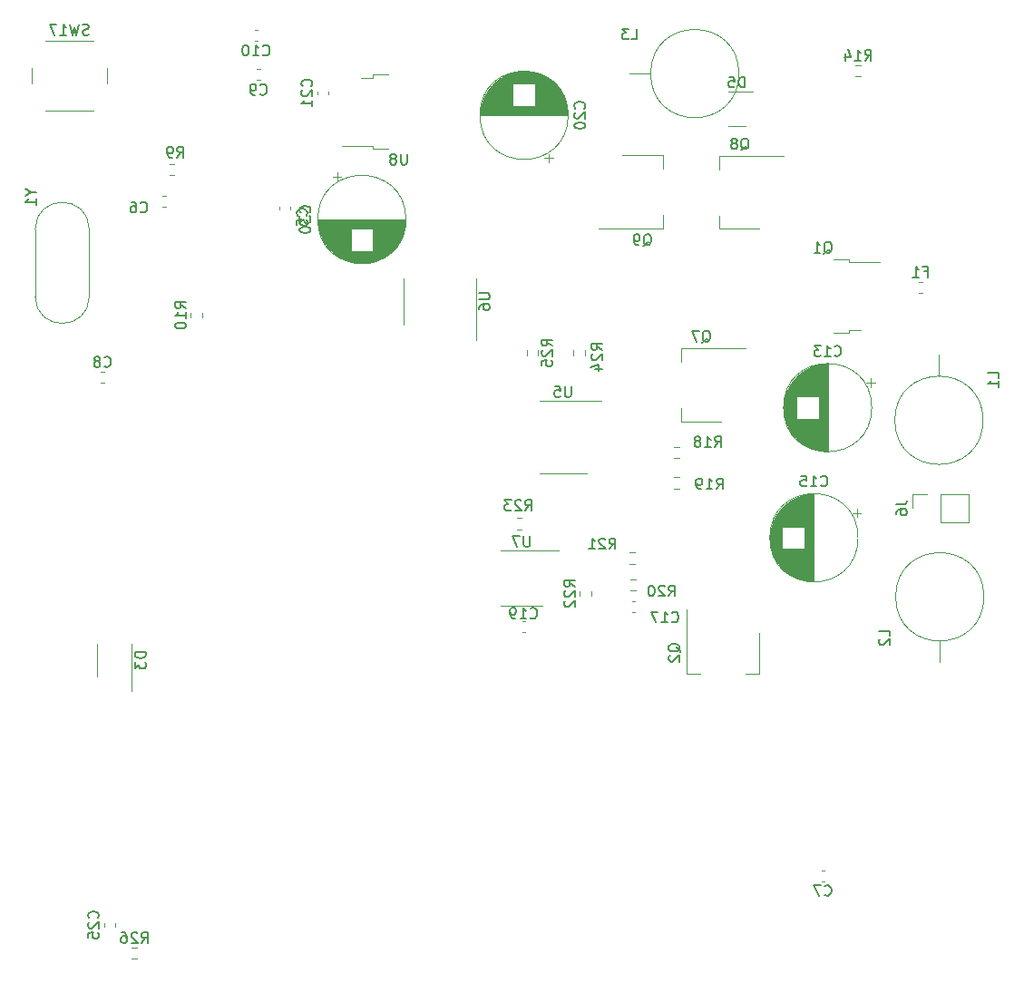
<source format=gbr>
%TF.GenerationSoftware,KiCad,Pcbnew,6.0.11+dfsg-1*%
%TF.CreationDate,2023-07-20T16:39:38+03:00*%
%TF.ProjectId,usb_display,7573625f-6469-4737-906c-61792e6b6963,rev?*%
%TF.SameCoordinates,Original*%
%TF.FileFunction,Legend,Bot*%
%TF.FilePolarity,Positive*%
%FSLAX46Y46*%
G04 Gerber Fmt 4.6, Leading zero omitted, Abs format (unit mm)*
G04 Created by KiCad (PCBNEW 6.0.11+dfsg-1) date 2023-07-20 16:39:38*
%MOMM*%
%LPD*%
G01*
G04 APERTURE LIST*
%ADD10C,0.150000*%
%ADD11C,0.120000*%
G04 APERTURE END LIST*
D10*
%TO.C,L3*%
X115716666Y-52262380D02*
X116192857Y-52262380D01*
X116192857Y-51262380D01*
X115478571Y-51262380D02*
X114859523Y-51262380D01*
X115192857Y-51643333D01*
X115050000Y-51643333D01*
X114954761Y-51690952D01*
X114907142Y-51738571D01*
X114859523Y-51833809D01*
X114859523Y-52071904D01*
X114907142Y-52167142D01*
X114954761Y-52214761D01*
X115050000Y-52262380D01*
X115335714Y-52262380D01*
X115430952Y-52214761D01*
X115478571Y-52167142D01*
%TO.C,R18*%
X123512857Y-90332380D02*
X123846190Y-89856190D01*
X124084285Y-90332380D02*
X124084285Y-89332380D01*
X123703333Y-89332380D01*
X123608095Y-89380000D01*
X123560476Y-89427619D01*
X123512857Y-89522857D01*
X123512857Y-89665714D01*
X123560476Y-89760952D01*
X123608095Y-89808571D01*
X123703333Y-89856190D01*
X124084285Y-89856190D01*
X122560476Y-90332380D02*
X123131904Y-90332380D01*
X122846190Y-90332380D02*
X122846190Y-89332380D01*
X122941428Y-89475238D01*
X123036666Y-89570476D01*
X123131904Y-89618095D01*
X121989047Y-89760952D02*
X122084285Y-89713333D01*
X122131904Y-89665714D01*
X122179523Y-89570476D01*
X122179523Y-89522857D01*
X122131904Y-89427619D01*
X122084285Y-89380000D01*
X121989047Y-89332380D01*
X121798571Y-89332380D01*
X121703333Y-89380000D01*
X121655714Y-89427619D01*
X121608095Y-89522857D01*
X121608095Y-89570476D01*
X121655714Y-89665714D01*
X121703333Y-89713333D01*
X121798571Y-89760952D01*
X121989047Y-89760952D01*
X122084285Y-89808571D01*
X122131904Y-89856190D01*
X122179523Y-89951428D01*
X122179523Y-90141904D01*
X122131904Y-90237142D01*
X122084285Y-90284761D01*
X121989047Y-90332380D01*
X121798571Y-90332380D01*
X121703333Y-90284761D01*
X121655714Y-90237142D01*
X121608095Y-90141904D01*
X121608095Y-89951428D01*
X121655714Y-89856190D01*
X121703333Y-89808571D01*
X121798571Y-89760952D01*
%TO.C,Q8*%
X125935238Y-62597619D02*
X126030476Y-62550000D01*
X126125714Y-62454761D01*
X126268571Y-62311904D01*
X126363809Y-62264285D01*
X126459047Y-62264285D01*
X126411428Y-62502380D02*
X126506666Y-62454761D01*
X126601904Y-62359523D01*
X126649523Y-62169047D01*
X126649523Y-61835714D01*
X126601904Y-61645238D01*
X126506666Y-61550000D01*
X126411428Y-61502380D01*
X126220952Y-61502380D01*
X126125714Y-61550000D01*
X126030476Y-61645238D01*
X125982857Y-61835714D01*
X125982857Y-62169047D01*
X126030476Y-62359523D01*
X126125714Y-62454761D01*
X126220952Y-62502380D01*
X126411428Y-62502380D01*
X125411428Y-61930952D02*
X125506666Y-61883333D01*
X125554285Y-61835714D01*
X125601904Y-61740476D01*
X125601904Y-61692857D01*
X125554285Y-61597619D01*
X125506666Y-61550000D01*
X125411428Y-61502380D01*
X125220952Y-61502380D01*
X125125714Y-61550000D01*
X125078095Y-61597619D01*
X125030476Y-61692857D01*
X125030476Y-61740476D01*
X125078095Y-61835714D01*
X125125714Y-61883333D01*
X125220952Y-61930952D01*
X125411428Y-61930952D01*
X125506666Y-61978571D01*
X125554285Y-62026190D01*
X125601904Y-62121428D01*
X125601904Y-62311904D01*
X125554285Y-62407142D01*
X125506666Y-62454761D01*
X125411428Y-62502380D01*
X125220952Y-62502380D01*
X125125714Y-62454761D01*
X125078095Y-62407142D01*
X125030476Y-62311904D01*
X125030476Y-62121428D01*
X125078095Y-62026190D01*
X125125714Y-61978571D01*
X125220952Y-61930952D01*
%TO.C,R10*%
X74132380Y-77367142D02*
X73656190Y-77033809D01*
X74132380Y-76795714D02*
X73132380Y-76795714D01*
X73132380Y-77176666D01*
X73180000Y-77271904D01*
X73227619Y-77319523D01*
X73322857Y-77367142D01*
X73465714Y-77367142D01*
X73560952Y-77319523D01*
X73608571Y-77271904D01*
X73656190Y-77176666D01*
X73656190Y-76795714D01*
X74132380Y-78319523D02*
X74132380Y-77748095D01*
X74132380Y-78033809D02*
X73132380Y-78033809D01*
X73275238Y-77938571D01*
X73370476Y-77843333D01*
X73418095Y-77748095D01*
X73132380Y-78938571D02*
X73132380Y-79033809D01*
X73180000Y-79129047D01*
X73227619Y-79176666D01*
X73322857Y-79224285D01*
X73513333Y-79271904D01*
X73751428Y-79271904D01*
X73941904Y-79224285D01*
X74037142Y-79176666D01*
X74084761Y-79129047D01*
X74132380Y-79033809D01*
X74132380Y-78938571D01*
X74084761Y-78843333D01*
X74037142Y-78795714D01*
X73941904Y-78748095D01*
X73751428Y-78700476D01*
X73513333Y-78700476D01*
X73322857Y-78748095D01*
X73227619Y-78795714D01*
X73180000Y-78843333D01*
X73132380Y-78938571D01*
%TO.C,D5*%
X126318095Y-56752380D02*
X126318095Y-55752380D01*
X126080000Y-55752380D01*
X125937142Y-55800000D01*
X125841904Y-55895238D01*
X125794285Y-55990476D01*
X125746666Y-56180952D01*
X125746666Y-56323809D01*
X125794285Y-56514285D01*
X125841904Y-56609523D01*
X125937142Y-56704761D01*
X126080000Y-56752380D01*
X126318095Y-56752380D01*
X124841904Y-55752380D02*
X125318095Y-55752380D01*
X125365714Y-56228571D01*
X125318095Y-56180952D01*
X125222857Y-56133333D01*
X124984761Y-56133333D01*
X124889523Y-56180952D01*
X124841904Y-56228571D01*
X124794285Y-56323809D01*
X124794285Y-56561904D01*
X124841904Y-56657142D01*
X124889523Y-56704761D01*
X124984761Y-56752380D01*
X125222857Y-56752380D01*
X125318095Y-56704761D01*
X125365714Y-56657142D01*
%TO.C,SW17*%
X65079523Y-51804761D02*
X64936666Y-51852380D01*
X64698571Y-51852380D01*
X64603333Y-51804761D01*
X64555714Y-51757142D01*
X64508095Y-51661904D01*
X64508095Y-51566666D01*
X64555714Y-51471428D01*
X64603333Y-51423809D01*
X64698571Y-51376190D01*
X64889047Y-51328571D01*
X64984285Y-51280952D01*
X65031904Y-51233333D01*
X65079523Y-51138095D01*
X65079523Y-51042857D01*
X65031904Y-50947619D01*
X64984285Y-50900000D01*
X64889047Y-50852380D01*
X64650952Y-50852380D01*
X64508095Y-50900000D01*
X64174761Y-50852380D02*
X63936666Y-51852380D01*
X63746190Y-51138095D01*
X63555714Y-51852380D01*
X63317619Y-50852380D01*
X62412857Y-51852380D02*
X62984285Y-51852380D01*
X62698571Y-51852380D02*
X62698571Y-50852380D01*
X62793809Y-50995238D01*
X62889047Y-51090476D01*
X62984285Y-51138095D01*
X62079523Y-50852380D02*
X61412857Y-50852380D01*
X61841428Y-51852380D01*
%TO.C,Q2*%
X120317619Y-109454761D02*
X120270000Y-109359523D01*
X120174761Y-109264285D01*
X120031904Y-109121428D01*
X119984285Y-109026190D01*
X119984285Y-108930952D01*
X120222380Y-108978571D02*
X120174761Y-108883333D01*
X120079523Y-108788095D01*
X119889047Y-108740476D01*
X119555714Y-108740476D01*
X119365238Y-108788095D01*
X119270000Y-108883333D01*
X119222380Y-108978571D01*
X119222380Y-109169047D01*
X119270000Y-109264285D01*
X119365238Y-109359523D01*
X119555714Y-109407142D01*
X119889047Y-109407142D01*
X120079523Y-109359523D01*
X120174761Y-109264285D01*
X120222380Y-109169047D01*
X120222380Y-108978571D01*
X119317619Y-109788095D02*
X119270000Y-109835714D01*
X119222380Y-109930952D01*
X119222380Y-110169047D01*
X119270000Y-110264285D01*
X119317619Y-110311904D01*
X119412857Y-110359523D01*
X119508095Y-110359523D01*
X119650952Y-110311904D01*
X120222380Y-109740476D01*
X120222380Y-110359523D01*
%TO.C,C20*%
X111317142Y-58709793D02*
X111364761Y-58662174D01*
X111412380Y-58519317D01*
X111412380Y-58424079D01*
X111364761Y-58281222D01*
X111269523Y-58185984D01*
X111174285Y-58138365D01*
X110983809Y-58090746D01*
X110840952Y-58090746D01*
X110650476Y-58138365D01*
X110555238Y-58185984D01*
X110460000Y-58281222D01*
X110412380Y-58424079D01*
X110412380Y-58519317D01*
X110460000Y-58662174D01*
X110507619Y-58709793D01*
X110507619Y-59090746D02*
X110460000Y-59138365D01*
X110412380Y-59233603D01*
X110412380Y-59471698D01*
X110460000Y-59566936D01*
X110507619Y-59614555D01*
X110602857Y-59662174D01*
X110698095Y-59662174D01*
X110840952Y-59614555D01*
X111412380Y-59043127D01*
X111412380Y-59662174D01*
X110412380Y-60281222D02*
X110412380Y-60376460D01*
X110460000Y-60471698D01*
X110507619Y-60519317D01*
X110602857Y-60566936D01*
X110793333Y-60614555D01*
X111031428Y-60614555D01*
X111221904Y-60566936D01*
X111317142Y-60519317D01*
X111364761Y-60471698D01*
X111412380Y-60376460D01*
X111412380Y-60281222D01*
X111364761Y-60185984D01*
X111317142Y-60138365D01*
X111221904Y-60090746D01*
X111031428Y-60043127D01*
X110793333Y-60043127D01*
X110602857Y-60090746D01*
X110507619Y-60138365D01*
X110460000Y-60185984D01*
X110412380Y-60281222D01*
%TO.C,L1*%
X150012380Y-83853333D02*
X150012380Y-83377142D01*
X149012380Y-83377142D01*
X150012380Y-84710476D02*
X150012380Y-84139047D01*
X150012380Y-84424761D02*
X149012380Y-84424761D01*
X149155238Y-84329523D01*
X149250476Y-84234285D01*
X149298095Y-84139047D01*
%TO.C,U7*%
X106241904Y-98612380D02*
X106241904Y-99421904D01*
X106194285Y-99517142D01*
X106146666Y-99564761D01*
X106051428Y-99612380D01*
X105860952Y-99612380D01*
X105765714Y-99564761D01*
X105718095Y-99517142D01*
X105670476Y-99421904D01*
X105670476Y-98612380D01*
X105289523Y-98612380D02*
X104622857Y-98612380D01*
X105051428Y-99612380D01*
%TO.C,J6*%
X140447380Y-95696666D02*
X141161666Y-95696666D01*
X141304523Y-95649047D01*
X141399761Y-95553809D01*
X141447380Y-95410952D01*
X141447380Y-95315714D01*
X140447380Y-96601428D02*
X140447380Y-96410952D01*
X140495000Y-96315714D01*
X140542619Y-96268095D01*
X140685476Y-96172857D01*
X140875952Y-96125238D01*
X141256904Y-96125238D01*
X141352142Y-96172857D01*
X141399761Y-96220476D01*
X141447380Y-96315714D01*
X141447380Y-96506190D01*
X141399761Y-96601428D01*
X141352142Y-96649047D01*
X141256904Y-96696666D01*
X141018809Y-96696666D01*
X140923571Y-96649047D01*
X140875952Y-96601428D01*
X140828333Y-96506190D01*
X140828333Y-96315714D01*
X140875952Y-96220476D01*
X140923571Y-96172857D01*
X141018809Y-96125238D01*
%TO.C,R26*%
X69982857Y-136622380D02*
X70316190Y-136146190D01*
X70554285Y-136622380D02*
X70554285Y-135622380D01*
X70173333Y-135622380D01*
X70078095Y-135670000D01*
X70030476Y-135717619D01*
X69982857Y-135812857D01*
X69982857Y-135955714D01*
X70030476Y-136050952D01*
X70078095Y-136098571D01*
X70173333Y-136146190D01*
X70554285Y-136146190D01*
X69601904Y-135717619D02*
X69554285Y-135670000D01*
X69459047Y-135622380D01*
X69220952Y-135622380D01*
X69125714Y-135670000D01*
X69078095Y-135717619D01*
X69030476Y-135812857D01*
X69030476Y-135908095D01*
X69078095Y-136050952D01*
X69649523Y-136622380D01*
X69030476Y-136622380D01*
X68173333Y-135622380D02*
X68363809Y-135622380D01*
X68459047Y-135670000D01*
X68506666Y-135717619D01*
X68601904Y-135860476D01*
X68649523Y-136050952D01*
X68649523Y-136431904D01*
X68601904Y-136527142D01*
X68554285Y-136574761D01*
X68459047Y-136622380D01*
X68268571Y-136622380D01*
X68173333Y-136574761D01*
X68125714Y-136527142D01*
X68078095Y-136431904D01*
X68078095Y-136193809D01*
X68125714Y-136098571D01*
X68173333Y-136050952D01*
X68268571Y-136003333D01*
X68459047Y-136003333D01*
X68554285Y-136050952D01*
X68601904Y-136098571D01*
X68649523Y-136193809D01*
%TO.C,U5*%
X110091904Y-84642380D02*
X110091904Y-85451904D01*
X110044285Y-85547142D01*
X109996666Y-85594761D01*
X109901428Y-85642380D01*
X109710952Y-85642380D01*
X109615714Y-85594761D01*
X109568095Y-85547142D01*
X109520476Y-85451904D01*
X109520476Y-84642380D01*
X108568095Y-84642380D02*
X109044285Y-84642380D01*
X109091904Y-85118571D01*
X109044285Y-85070952D01*
X108949047Y-85023333D01*
X108710952Y-85023333D01*
X108615714Y-85070952D01*
X108568095Y-85118571D01*
X108520476Y-85213809D01*
X108520476Y-85451904D01*
X108568095Y-85547142D01*
X108615714Y-85594761D01*
X108710952Y-85642380D01*
X108949047Y-85642380D01*
X109044285Y-85594761D01*
X109091904Y-85547142D01*
%TO.C,R9*%
X73326666Y-63292380D02*
X73660000Y-62816190D01*
X73898095Y-63292380D02*
X73898095Y-62292380D01*
X73517142Y-62292380D01*
X73421904Y-62340000D01*
X73374285Y-62387619D01*
X73326666Y-62482857D01*
X73326666Y-62625714D01*
X73374285Y-62720952D01*
X73421904Y-62768571D01*
X73517142Y-62816190D01*
X73898095Y-62816190D01*
X72850476Y-63292380D02*
X72660000Y-63292380D01*
X72564761Y-63244761D01*
X72517142Y-63197142D01*
X72421904Y-63054285D01*
X72374285Y-62863809D01*
X72374285Y-62482857D01*
X72421904Y-62387619D01*
X72469523Y-62340000D01*
X72564761Y-62292380D01*
X72755238Y-62292380D01*
X72850476Y-62340000D01*
X72898095Y-62387619D01*
X72945714Y-62482857D01*
X72945714Y-62720952D01*
X72898095Y-62816190D01*
X72850476Y-62863809D01*
X72755238Y-62911428D01*
X72564761Y-62911428D01*
X72469523Y-62863809D01*
X72421904Y-62816190D01*
X72374285Y-62720952D01*
%TO.C,Q7*%
X122345238Y-80567619D02*
X122440476Y-80520000D01*
X122535714Y-80424761D01*
X122678571Y-80281904D01*
X122773809Y-80234285D01*
X122869047Y-80234285D01*
X122821428Y-80472380D02*
X122916666Y-80424761D01*
X123011904Y-80329523D01*
X123059523Y-80139047D01*
X123059523Y-79805714D01*
X123011904Y-79615238D01*
X122916666Y-79520000D01*
X122821428Y-79472380D01*
X122630952Y-79472380D01*
X122535714Y-79520000D01*
X122440476Y-79615238D01*
X122392857Y-79805714D01*
X122392857Y-80139047D01*
X122440476Y-80329523D01*
X122535714Y-80424761D01*
X122630952Y-80472380D01*
X122821428Y-80472380D01*
X122059523Y-79472380D02*
X121392857Y-79472380D01*
X121821428Y-80472380D01*
%TO.C,R20*%
X119212857Y-104252380D02*
X119546190Y-103776190D01*
X119784285Y-104252380D02*
X119784285Y-103252380D01*
X119403333Y-103252380D01*
X119308095Y-103300000D01*
X119260476Y-103347619D01*
X119212857Y-103442857D01*
X119212857Y-103585714D01*
X119260476Y-103680952D01*
X119308095Y-103728571D01*
X119403333Y-103776190D01*
X119784285Y-103776190D01*
X118831904Y-103347619D02*
X118784285Y-103300000D01*
X118689047Y-103252380D01*
X118450952Y-103252380D01*
X118355714Y-103300000D01*
X118308095Y-103347619D01*
X118260476Y-103442857D01*
X118260476Y-103538095D01*
X118308095Y-103680952D01*
X118879523Y-104252380D01*
X118260476Y-104252380D01*
X117641428Y-103252380D02*
X117546190Y-103252380D01*
X117450952Y-103300000D01*
X117403333Y-103347619D01*
X117355714Y-103442857D01*
X117308095Y-103633333D01*
X117308095Y-103871428D01*
X117355714Y-104061904D01*
X117403333Y-104157142D01*
X117450952Y-104204761D01*
X117546190Y-104252380D01*
X117641428Y-104252380D01*
X117736666Y-104204761D01*
X117784285Y-104157142D01*
X117831904Y-104061904D01*
X117879523Y-103871428D01*
X117879523Y-103633333D01*
X117831904Y-103442857D01*
X117784285Y-103347619D01*
X117736666Y-103300000D01*
X117641428Y-103252380D01*
%TO.C,U6*%
X101502380Y-75978095D02*
X102311904Y-75978095D01*
X102407142Y-76025714D01*
X102454761Y-76073333D01*
X102502380Y-76168571D01*
X102502380Y-76359047D01*
X102454761Y-76454285D01*
X102407142Y-76501904D01*
X102311904Y-76549523D01*
X101502380Y-76549523D01*
X101502380Y-77454285D02*
X101502380Y-77263809D01*
X101550000Y-77168571D01*
X101597619Y-77120952D01*
X101740476Y-77025714D01*
X101930952Y-76978095D01*
X102311904Y-76978095D01*
X102407142Y-77025714D01*
X102454761Y-77073333D01*
X102502380Y-77168571D01*
X102502380Y-77359047D01*
X102454761Y-77454285D01*
X102407142Y-77501904D01*
X102311904Y-77549523D01*
X102073809Y-77549523D01*
X101978571Y-77501904D01*
X101930952Y-77454285D01*
X101883333Y-77359047D01*
X101883333Y-77168571D01*
X101930952Y-77073333D01*
X101978571Y-77025714D01*
X102073809Y-76978095D01*
%TO.C,C13*%
X134692857Y-81757142D02*
X134740476Y-81804761D01*
X134883333Y-81852380D01*
X134978571Y-81852380D01*
X135121428Y-81804761D01*
X135216666Y-81709523D01*
X135264285Y-81614285D01*
X135311904Y-81423809D01*
X135311904Y-81280952D01*
X135264285Y-81090476D01*
X135216666Y-80995238D01*
X135121428Y-80900000D01*
X134978571Y-80852380D01*
X134883333Y-80852380D01*
X134740476Y-80900000D01*
X134692857Y-80947619D01*
X133740476Y-81852380D02*
X134311904Y-81852380D01*
X134026190Y-81852380D02*
X134026190Y-80852380D01*
X134121428Y-80995238D01*
X134216666Y-81090476D01*
X134311904Y-81138095D01*
X133407142Y-80852380D02*
X132788095Y-80852380D01*
X133121428Y-81233333D01*
X132978571Y-81233333D01*
X132883333Y-81280952D01*
X132835714Y-81328571D01*
X132788095Y-81423809D01*
X132788095Y-81661904D01*
X132835714Y-81757142D01*
X132883333Y-81804761D01*
X132978571Y-81852380D01*
X133264285Y-81852380D01*
X133359523Y-81804761D01*
X133407142Y-81757142D01*
%TO.C,C7*%
X133776666Y-132137142D02*
X133824285Y-132184761D01*
X133967142Y-132232380D01*
X134062380Y-132232380D01*
X134205238Y-132184761D01*
X134300476Y-132089523D01*
X134348095Y-131994285D01*
X134395714Y-131803809D01*
X134395714Y-131660952D01*
X134348095Y-131470476D01*
X134300476Y-131375238D01*
X134205238Y-131280000D01*
X134062380Y-131232380D01*
X133967142Y-131232380D01*
X133824285Y-131280000D01*
X133776666Y-131327619D01*
X133443333Y-131232380D02*
X132776666Y-131232380D01*
X133205238Y-132232380D01*
%TO.C,C8*%
X66526666Y-82767142D02*
X66574285Y-82814761D01*
X66717142Y-82862380D01*
X66812380Y-82862380D01*
X66955238Y-82814761D01*
X67050476Y-82719523D01*
X67098095Y-82624285D01*
X67145714Y-82433809D01*
X67145714Y-82290952D01*
X67098095Y-82100476D01*
X67050476Y-82005238D01*
X66955238Y-81910000D01*
X66812380Y-81862380D01*
X66717142Y-81862380D01*
X66574285Y-81910000D01*
X66526666Y-81957619D01*
X65955238Y-82290952D02*
X66050476Y-82243333D01*
X66098095Y-82195714D01*
X66145714Y-82100476D01*
X66145714Y-82052857D01*
X66098095Y-81957619D01*
X66050476Y-81910000D01*
X65955238Y-81862380D01*
X65764761Y-81862380D01*
X65669523Y-81910000D01*
X65621904Y-81957619D01*
X65574285Y-82052857D01*
X65574285Y-82100476D01*
X65621904Y-82195714D01*
X65669523Y-82243333D01*
X65764761Y-82290952D01*
X65955238Y-82290952D01*
X66050476Y-82338571D01*
X66098095Y-82386190D01*
X66145714Y-82481428D01*
X66145714Y-82671904D01*
X66098095Y-82767142D01*
X66050476Y-82814761D01*
X65955238Y-82862380D01*
X65764761Y-82862380D01*
X65669523Y-82814761D01*
X65621904Y-82767142D01*
X65574285Y-82671904D01*
X65574285Y-82481428D01*
X65621904Y-82386190D01*
X65669523Y-82338571D01*
X65764761Y-82290952D01*
%TO.C,C6*%
X69906666Y-68337142D02*
X69954285Y-68384761D01*
X70097142Y-68432380D01*
X70192380Y-68432380D01*
X70335238Y-68384761D01*
X70430476Y-68289523D01*
X70478095Y-68194285D01*
X70525714Y-68003809D01*
X70525714Y-67860952D01*
X70478095Y-67670476D01*
X70430476Y-67575238D01*
X70335238Y-67480000D01*
X70192380Y-67432380D01*
X70097142Y-67432380D01*
X69954285Y-67480000D01*
X69906666Y-67527619D01*
X69049523Y-67432380D02*
X69240000Y-67432380D01*
X69335238Y-67480000D01*
X69382857Y-67527619D01*
X69478095Y-67670476D01*
X69525714Y-67860952D01*
X69525714Y-68241904D01*
X69478095Y-68337142D01*
X69430476Y-68384761D01*
X69335238Y-68432380D01*
X69144761Y-68432380D01*
X69049523Y-68384761D01*
X69001904Y-68337142D01*
X68954285Y-68241904D01*
X68954285Y-68003809D01*
X69001904Y-67908571D01*
X69049523Y-67860952D01*
X69144761Y-67813333D01*
X69335238Y-67813333D01*
X69430476Y-67860952D01*
X69478095Y-67908571D01*
X69525714Y-68003809D01*
%TO.C,F1*%
X143033333Y-73938571D02*
X143366666Y-73938571D01*
X143366666Y-74462380D02*
X143366666Y-73462380D01*
X142890476Y-73462380D01*
X141985714Y-74462380D02*
X142557142Y-74462380D01*
X142271428Y-74462380D02*
X142271428Y-73462380D01*
X142366666Y-73605238D01*
X142461904Y-73700476D01*
X142557142Y-73748095D01*
%TO.C,C30*%
X85677142Y-68434491D02*
X85724761Y-68386872D01*
X85772380Y-68244015D01*
X85772380Y-68148777D01*
X85724761Y-68005920D01*
X85629523Y-67910682D01*
X85534285Y-67863063D01*
X85343809Y-67815444D01*
X85200952Y-67815444D01*
X85010476Y-67863063D01*
X84915238Y-67910682D01*
X84820000Y-68005920D01*
X84772380Y-68148777D01*
X84772380Y-68244015D01*
X84820000Y-68386872D01*
X84867619Y-68434491D01*
X84772380Y-68767825D02*
X84772380Y-69386872D01*
X85153333Y-69053539D01*
X85153333Y-69196396D01*
X85200952Y-69291634D01*
X85248571Y-69339253D01*
X85343809Y-69386872D01*
X85581904Y-69386872D01*
X85677142Y-69339253D01*
X85724761Y-69291634D01*
X85772380Y-69196396D01*
X85772380Y-68910682D01*
X85724761Y-68815444D01*
X85677142Y-68767825D01*
X84772380Y-70005920D02*
X84772380Y-70101158D01*
X84820000Y-70196396D01*
X84867619Y-70244015D01*
X84962857Y-70291634D01*
X85153333Y-70339253D01*
X85391428Y-70339253D01*
X85581904Y-70291634D01*
X85677142Y-70244015D01*
X85724761Y-70196396D01*
X85772380Y-70101158D01*
X85772380Y-70005920D01*
X85724761Y-69910682D01*
X85677142Y-69863063D01*
X85581904Y-69815444D01*
X85391428Y-69767825D01*
X85153333Y-69767825D01*
X84962857Y-69815444D01*
X84867619Y-69863063D01*
X84820000Y-69910682D01*
X84772380Y-70005920D01*
%TO.C,C17*%
X119492857Y-106617142D02*
X119540476Y-106664761D01*
X119683333Y-106712380D01*
X119778571Y-106712380D01*
X119921428Y-106664761D01*
X120016666Y-106569523D01*
X120064285Y-106474285D01*
X120111904Y-106283809D01*
X120111904Y-106140952D01*
X120064285Y-105950476D01*
X120016666Y-105855238D01*
X119921428Y-105760000D01*
X119778571Y-105712380D01*
X119683333Y-105712380D01*
X119540476Y-105760000D01*
X119492857Y-105807619D01*
X118540476Y-106712380D02*
X119111904Y-106712380D01*
X118826190Y-106712380D02*
X118826190Y-105712380D01*
X118921428Y-105855238D01*
X119016666Y-105950476D01*
X119111904Y-105998095D01*
X118207142Y-105712380D02*
X117540476Y-105712380D01*
X117969047Y-106712380D01*
%TO.C,R14*%
X137532857Y-54232380D02*
X137866190Y-53756190D01*
X138104285Y-54232380D02*
X138104285Y-53232380D01*
X137723333Y-53232380D01*
X137628095Y-53280000D01*
X137580476Y-53327619D01*
X137532857Y-53422857D01*
X137532857Y-53565714D01*
X137580476Y-53660952D01*
X137628095Y-53708571D01*
X137723333Y-53756190D01*
X138104285Y-53756190D01*
X136580476Y-54232380D02*
X137151904Y-54232380D01*
X136866190Y-54232380D02*
X136866190Y-53232380D01*
X136961428Y-53375238D01*
X137056666Y-53470476D01*
X137151904Y-53518095D01*
X135723333Y-53565714D02*
X135723333Y-54232380D01*
X135961428Y-53184761D02*
X136199523Y-53899047D01*
X135580476Y-53899047D01*
%TO.C,C21*%
X85847142Y-56627142D02*
X85894761Y-56579523D01*
X85942380Y-56436666D01*
X85942380Y-56341428D01*
X85894761Y-56198571D01*
X85799523Y-56103333D01*
X85704285Y-56055714D01*
X85513809Y-56008095D01*
X85370952Y-56008095D01*
X85180476Y-56055714D01*
X85085238Y-56103333D01*
X84990000Y-56198571D01*
X84942380Y-56341428D01*
X84942380Y-56436666D01*
X84990000Y-56579523D01*
X85037619Y-56627142D01*
X85037619Y-57008095D02*
X84990000Y-57055714D01*
X84942380Y-57150952D01*
X84942380Y-57389047D01*
X84990000Y-57484285D01*
X85037619Y-57531904D01*
X85132857Y-57579523D01*
X85228095Y-57579523D01*
X85370952Y-57531904D01*
X85942380Y-56960476D01*
X85942380Y-57579523D01*
X85942380Y-58531904D02*
X85942380Y-57960476D01*
X85942380Y-58246190D02*
X84942380Y-58246190D01*
X85085238Y-58150952D01*
X85180476Y-58055714D01*
X85228095Y-57960476D01*
%TO.C,C10*%
X81332857Y-53687142D02*
X81380476Y-53734761D01*
X81523333Y-53782380D01*
X81618571Y-53782380D01*
X81761428Y-53734761D01*
X81856666Y-53639523D01*
X81904285Y-53544285D01*
X81951904Y-53353809D01*
X81951904Y-53210952D01*
X81904285Y-53020476D01*
X81856666Y-52925238D01*
X81761428Y-52830000D01*
X81618571Y-52782380D01*
X81523333Y-52782380D01*
X81380476Y-52830000D01*
X81332857Y-52877619D01*
X80380476Y-53782380D02*
X80951904Y-53782380D01*
X80666190Y-53782380D02*
X80666190Y-52782380D01*
X80761428Y-52925238D01*
X80856666Y-53020476D01*
X80951904Y-53068095D01*
X79761428Y-52782380D02*
X79666190Y-52782380D01*
X79570952Y-52830000D01*
X79523333Y-52877619D01*
X79475714Y-52972857D01*
X79428095Y-53163333D01*
X79428095Y-53401428D01*
X79475714Y-53591904D01*
X79523333Y-53687142D01*
X79570952Y-53734761D01*
X79666190Y-53782380D01*
X79761428Y-53782380D01*
X79856666Y-53734761D01*
X79904285Y-53687142D01*
X79951904Y-53591904D01*
X79999523Y-53401428D01*
X79999523Y-53163333D01*
X79951904Y-52972857D01*
X79904285Y-52877619D01*
X79856666Y-52830000D01*
X79761428Y-52782380D01*
%TO.C,Y1*%
X59666190Y-66533809D02*
X60142380Y-66533809D01*
X59142380Y-66200476D02*
X59666190Y-66533809D01*
X59142380Y-66867142D01*
X60142380Y-67724285D02*
X60142380Y-67152857D01*
X60142380Y-67438571D02*
X59142380Y-67438571D01*
X59285238Y-67343333D01*
X59380476Y-67248095D01*
X59428095Y-67152857D01*
%TO.C,R19*%
X123672857Y-94252380D02*
X124006190Y-93776190D01*
X124244285Y-94252380D02*
X124244285Y-93252380D01*
X123863333Y-93252380D01*
X123768095Y-93300000D01*
X123720476Y-93347619D01*
X123672857Y-93442857D01*
X123672857Y-93585714D01*
X123720476Y-93680952D01*
X123768095Y-93728571D01*
X123863333Y-93776190D01*
X124244285Y-93776190D01*
X122720476Y-94252380D02*
X123291904Y-94252380D01*
X123006190Y-94252380D02*
X123006190Y-93252380D01*
X123101428Y-93395238D01*
X123196666Y-93490476D01*
X123291904Y-93538095D01*
X122244285Y-94252380D02*
X122053809Y-94252380D01*
X121958571Y-94204761D01*
X121910952Y-94157142D01*
X121815714Y-94014285D01*
X121768095Y-93823809D01*
X121768095Y-93442857D01*
X121815714Y-93347619D01*
X121863333Y-93300000D01*
X121958571Y-93252380D01*
X122149047Y-93252380D01*
X122244285Y-93300000D01*
X122291904Y-93347619D01*
X122339523Y-93442857D01*
X122339523Y-93680952D01*
X122291904Y-93776190D01*
X122244285Y-93823809D01*
X122149047Y-93871428D01*
X121958571Y-93871428D01*
X121863333Y-93823809D01*
X121815714Y-93776190D01*
X121768095Y-93680952D01*
%TO.C,C19*%
X106302857Y-106247142D02*
X106350476Y-106294761D01*
X106493333Y-106342380D01*
X106588571Y-106342380D01*
X106731428Y-106294761D01*
X106826666Y-106199523D01*
X106874285Y-106104285D01*
X106921904Y-105913809D01*
X106921904Y-105770952D01*
X106874285Y-105580476D01*
X106826666Y-105485238D01*
X106731428Y-105390000D01*
X106588571Y-105342380D01*
X106493333Y-105342380D01*
X106350476Y-105390000D01*
X106302857Y-105437619D01*
X105350476Y-106342380D02*
X105921904Y-106342380D01*
X105636190Y-106342380D02*
X105636190Y-105342380D01*
X105731428Y-105485238D01*
X105826666Y-105580476D01*
X105921904Y-105628095D01*
X104874285Y-106342380D02*
X104683809Y-106342380D01*
X104588571Y-106294761D01*
X104540952Y-106247142D01*
X104445714Y-106104285D01*
X104398095Y-105913809D01*
X104398095Y-105532857D01*
X104445714Y-105437619D01*
X104493333Y-105390000D01*
X104588571Y-105342380D01*
X104779047Y-105342380D01*
X104874285Y-105390000D01*
X104921904Y-105437619D01*
X104969523Y-105532857D01*
X104969523Y-105770952D01*
X104921904Y-105866190D01*
X104874285Y-105913809D01*
X104779047Y-105961428D01*
X104588571Y-105961428D01*
X104493333Y-105913809D01*
X104445714Y-105866190D01*
X104398095Y-105770952D01*
%TO.C,U8*%
X94781904Y-62962380D02*
X94781904Y-63771904D01*
X94734285Y-63867142D01*
X94686666Y-63914761D01*
X94591428Y-63962380D01*
X94400952Y-63962380D01*
X94305714Y-63914761D01*
X94258095Y-63867142D01*
X94210476Y-63771904D01*
X94210476Y-62962380D01*
X93591428Y-63390952D02*
X93686666Y-63343333D01*
X93734285Y-63295714D01*
X93781904Y-63200476D01*
X93781904Y-63152857D01*
X93734285Y-63057619D01*
X93686666Y-63010000D01*
X93591428Y-62962380D01*
X93400952Y-62962380D01*
X93305714Y-63010000D01*
X93258095Y-63057619D01*
X93210476Y-63152857D01*
X93210476Y-63200476D01*
X93258095Y-63295714D01*
X93305714Y-63343333D01*
X93400952Y-63390952D01*
X93591428Y-63390952D01*
X93686666Y-63438571D01*
X93734285Y-63486190D01*
X93781904Y-63581428D01*
X93781904Y-63771904D01*
X93734285Y-63867142D01*
X93686666Y-63914761D01*
X93591428Y-63962380D01*
X93400952Y-63962380D01*
X93305714Y-63914761D01*
X93258095Y-63867142D01*
X93210476Y-63771904D01*
X93210476Y-63581428D01*
X93258095Y-63486190D01*
X93305714Y-63438571D01*
X93400952Y-63390952D01*
%TO.C,Q9*%
X116845238Y-71557619D02*
X116940476Y-71510000D01*
X117035714Y-71414761D01*
X117178571Y-71271904D01*
X117273809Y-71224285D01*
X117369047Y-71224285D01*
X117321428Y-71462380D02*
X117416666Y-71414761D01*
X117511904Y-71319523D01*
X117559523Y-71129047D01*
X117559523Y-70795714D01*
X117511904Y-70605238D01*
X117416666Y-70510000D01*
X117321428Y-70462380D01*
X117130952Y-70462380D01*
X117035714Y-70510000D01*
X116940476Y-70605238D01*
X116892857Y-70795714D01*
X116892857Y-71129047D01*
X116940476Y-71319523D01*
X117035714Y-71414761D01*
X117130952Y-71462380D01*
X117321428Y-71462380D01*
X116416666Y-71462380D02*
X116226190Y-71462380D01*
X116130952Y-71414761D01*
X116083333Y-71367142D01*
X115988095Y-71224285D01*
X115940476Y-71033809D01*
X115940476Y-70652857D01*
X115988095Y-70557619D01*
X116035714Y-70510000D01*
X116130952Y-70462380D01*
X116321428Y-70462380D01*
X116416666Y-70510000D01*
X116464285Y-70557619D01*
X116511904Y-70652857D01*
X116511904Y-70890952D01*
X116464285Y-70986190D01*
X116416666Y-71033809D01*
X116321428Y-71081428D01*
X116130952Y-71081428D01*
X116035714Y-71033809D01*
X115988095Y-70986190D01*
X115940476Y-70890952D01*
%TO.C,R22*%
X110452380Y-103367142D02*
X109976190Y-103033809D01*
X110452380Y-102795714D02*
X109452380Y-102795714D01*
X109452380Y-103176666D01*
X109500000Y-103271904D01*
X109547619Y-103319523D01*
X109642857Y-103367142D01*
X109785714Y-103367142D01*
X109880952Y-103319523D01*
X109928571Y-103271904D01*
X109976190Y-103176666D01*
X109976190Y-102795714D01*
X109547619Y-103748095D02*
X109500000Y-103795714D01*
X109452380Y-103890952D01*
X109452380Y-104129047D01*
X109500000Y-104224285D01*
X109547619Y-104271904D01*
X109642857Y-104319523D01*
X109738095Y-104319523D01*
X109880952Y-104271904D01*
X110452380Y-103700476D01*
X110452380Y-104319523D01*
X109547619Y-104700476D02*
X109500000Y-104748095D01*
X109452380Y-104843333D01*
X109452380Y-105081428D01*
X109500000Y-105176666D01*
X109547619Y-105224285D01*
X109642857Y-105271904D01*
X109738095Y-105271904D01*
X109880952Y-105224285D01*
X110452380Y-104652857D01*
X110452380Y-105271904D01*
%TO.C,C25*%
X65927142Y-134307142D02*
X65974761Y-134259523D01*
X66022380Y-134116666D01*
X66022380Y-134021428D01*
X65974761Y-133878571D01*
X65879523Y-133783333D01*
X65784285Y-133735714D01*
X65593809Y-133688095D01*
X65450952Y-133688095D01*
X65260476Y-133735714D01*
X65165238Y-133783333D01*
X65070000Y-133878571D01*
X65022380Y-134021428D01*
X65022380Y-134116666D01*
X65070000Y-134259523D01*
X65117619Y-134307142D01*
X65117619Y-134688095D02*
X65070000Y-134735714D01*
X65022380Y-134830952D01*
X65022380Y-135069047D01*
X65070000Y-135164285D01*
X65117619Y-135211904D01*
X65212857Y-135259523D01*
X65308095Y-135259523D01*
X65450952Y-135211904D01*
X66022380Y-134640476D01*
X66022380Y-135259523D01*
X65022380Y-136164285D02*
X65022380Y-135688095D01*
X65498571Y-135640476D01*
X65450952Y-135688095D01*
X65403333Y-135783333D01*
X65403333Y-136021428D01*
X65450952Y-136116666D01*
X65498571Y-136164285D01*
X65593809Y-136211904D01*
X65831904Y-136211904D01*
X65927142Y-136164285D01*
X65974761Y-136116666D01*
X66022380Y-136021428D01*
X66022380Y-135783333D01*
X65974761Y-135688095D01*
X65927142Y-135640476D01*
%TO.C,R21*%
X113662857Y-99852380D02*
X113996190Y-99376190D01*
X114234285Y-99852380D02*
X114234285Y-98852380D01*
X113853333Y-98852380D01*
X113758095Y-98900000D01*
X113710476Y-98947619D01*
X113662857Y-99042857D01*
X113662857Y-99185714D01*
X113710476Y-99280952D01*
X113758095Y-99328571D01*
X113853333Y-99376190D01*
X114234285Y-99376190D01*
X113281904Y-98947619D02*
X113234285Y-98900000D01*
X113139047Y-98852380D01*
X112900952Y-98852380D01*
X112805714Y-98900000D01*
X112758095Y-98947619D01*
X112710476Y-99042857D01*
X112710476Y-99138095D01*
X112758095Y-99280952D01*
X113329523Y-99852380D01*
X112710476Y-99852380D01*
X111758095Y-99852380D02*
X112329523Y-99852380D01*
X112043809Y-99852380D02*
X112043809Y-98852380D01*
X112139047Y-98995238D01*
X112234285Y-99090476D01*
X112329523Y-99138095D01*
%TO.C,Q1*%
X133695238Y-72267619D02*
X133790476Y-72220000D01*
X133885714Y-72124761D01*
X134028571Y-71981904D01*
X134123809Y-71934285D01*
X134219047Y-71934285D01*
X134171428Y-72172380D02*
X134266666Y-72124761D01*
X134361904Y-72029523D01*
X134409523Y-71839047D01*
X134409523Y-71505714D01*
X134361904Y-71315238D01*
X134266666Y-71220000D01*
X134171428Y-71172380D01*
X133980952Y-71172380D01*
X133885714Y-71220000D01*
X133790476Y-71315238D01*
X133742857Y-71505714D01*
X133742857Y-71839047D01*
X133790476Y-72029523D01*
X133885714Y-72124761D01*
X133980952Y-72172380D01*
X134171428Y-72172380D01*
X132790476Y-72172380D02*
X133361904Y-72172380D01*
X133076190Y-72172380D02*
X133076190Y-71172380D01*
X133171428Y-71315238D01*
X133266666Y-71410476D01*
X133361904Y-71458095D01*
%TO.C,R24*%
X112992380Y-81267142D02*
X112516190Y-80933809D01*
X112992380Y-80695714D02*
X111992380Y-80695714D01*
X111992380Y-81076666D01*
X112040000Y-81171904D01*
X112087619Y-81219523D01*
X112182857Y-81267142D01*
X112325714Y-81267142D01*
X112420952Y-81219523D01*
X112468571Y-81171904D01*
X112516190Y-81076666D01*
X112516190Y-80695714D01*
X112087619Y-81648095D02*
X112040000Y-81695714D01*
X111992380Y-81790952D01*
X111992380Y-82029047D01*
X112040000Y-82124285D01*
X112087619Y-82171904D01*
X112182857Y-82219523D01*
X112278095Y-82219523D01*
X112420952Y-82171904D01*
X112992380Y-81600476D01*
X112992380Y-82219523D01*
X112325714Y-83076666D02*
X112992380Y-83076666D01*
X111944761Y-82838571D02*
X112659047Y-82600476D01*
X112659047Y-83219523D01*
%TO.C,R23*%
X105802857Y-96262380D02*
X106136190Y-95786190D01*
X106374285Y-96262380D02*
X106374285Y-95262380D01*
X105993333Y-95262380D01*
X105898095Y-95310000D01*
X105850476Y-95357619D01*
X105802857Y-95452857D01*
X105802857Y-95595714D01*
X105850476Y-95690952D01*
X105898095Y-95738571D01*
X105993333Y-95786190D01*
X106374285Y-95786190D01*
X105421904Y-95357619D02*
X105374285Y-95310000D01*
X105279047Y-95262380D01*
X105040952Y-95262380D01*
X104945714Y-95310000D01*
X104898095Y-95357619D01*
X104850476Y-95452857D01*
X104850476Y-95548095D01*
X104898095Y-95690952D01*
X105469523Y-96262380D01*
X104850476Y-96262380D01*
X104517142Y-95262380D02*
X103898095Y-95262380D01*
X104231428Y-95643333D01*
X104088571Y-95643333D01*
X103993333Y-95690952D01*
X103945714Y-95738571D01*
X103898095Y-95833809D01*
X103898095Y-96071904D01*
X103945714Y-96167142D01*
X103993333Y-96214761D01*
X104088571Y-96262380D01*
X104374285Y-96262380D01*
X104469523Y-96214761D01*
X104517142Y-96167142D01*
%TO.C,D3*%
X70392380Y-109481904D02*
X69392380Y-109481904D01*
X69392380Y-109720000D01*
X69440000Y-109862857D01*
X69535238Y-109958095D01*
X69630476Y-110005714D01*
X69820952Y-110053333D01*
X69963809Y-110053333D01*
X70154285Y-110005714D01*
X70249523Y-109958095D01*
X70344761Y-109862857D01*
X70392380Y-109720000D01*
X70392380Y-109481904D01*
X69392380Y-110386666D02*
X69392380Y-111005714D01*
X69773333Y-110672380D01*
X69773333Y-110815238D01*
X69820952Y-110910476D01*
X69868571Y-110958095D01*
X69963809Y-111005714D01*
X70201904Y-111005714D01*
X70297142Y-110958095D01*
X70344761Y-110910476D01*
X70392380Y-110815238D01*
X70392380Y-110529523D01*
X70344761Y-110434285D01*
X70297142Y-110386666D01*
%TO.C,C15*%
X133412857Y-93907142D02*
X133460476Y-93954761D01*
X133603333Y-94002380D01*
X133698571Y-94002380D01*
X133841428Y-93954761D01*
X133936666Y-93859523D01*
X133984285Y-93764285D01*
X134031904Y-93573809D01*
X134031904Y-93430952D01*
X133984285Y-93240476D01*
X133936666Y-93145238D01*
X133841428Y-93050000D01*
X133698571Y-93002380D01*
X133603333Y-93002380D01*
X133460476Y-93050000D01*
X133412857Y-93097619D01*
X132460476Y-94002380D02*
X133031904Y-94002380D01*
X132746190Y-94002380D02*
X132746190Y-93002380D01*
X132841428Y-93145238D01*
X132936666Y-93240476D01*
X133031904Y-93288095D01*
X131555714Y-93002380D02*
X132031904Y-93002380D01*
X132079523Y-93478571D01*
X132031904Y-93430952D01*
X131936666Y-93383333D01*
X131698571Y-93383333D01*
X131603333Y-93430952D01*
X131555714Y-93478571D01*
X131508095Y-93573809D01*
X131508095Y-93811904D01*
X131555714Y-93907142D01*
X131603333Y-93954761D01*
X131698571Y-94002380D01*
X131936666Y-94002380D01*
X132031904Y-93954761D01*
X132079523Y-93907142D01*
%TO.C,C9*%
X81076666Y-57347142D02*
X81124285Y-57394761D01*
X81267142Y-57442380D01*
X81362380Y-57442380D01*
X81505238Y-57394761D01*
X81600476Y-57299523D01*
X81648095Y-57204285D01*
X81695714Y-57013809D01*
X81695714Y-56870952D01*
X81648095Y-56680476D01*
X81600476Y-56585238D01*
X81505238Y-56490000D01*
X81362380Y-56442380D01*
X81267142Y-56442380D01*
X81124285Y-56490000D01*
X81076666Y-56537619D01*
X80600476Y-57442380D02*
X80410000Y-57442380D01*
X80314761Y-57394761D01*
X80267142Y-57347142D01*
X80171904Y-57204285D01*
X80124285Y-57013809D01*
X80124285Y-56632857D01*
X80171904Y-56537619D01*
X80219523Y-56490000D01*
X80314761Y-56442380D01*
X80505238Y-56442380D01*
X80600476Y-56490000D01*
X80648095Y-56537619D01*
X80695714Y-56632857D01*
X80695714Y-56870952D01*
X80648095Y-56966190D01*
X80600476Y-57013809D01*
X80505238Y-57061428D01*
X80314761Y-57061428D01*
X80219523Y-57013809D01*
X80171904Y-56966190D01*
X80124285Y-56870952D01*
%TO.C,C5*%
X85377142Y-68713333D02*
X85424761Y-68665714D01*
X85472380Y-68522857D01*
X85472380Y-68427619D01*
X85424761Y-68284761D01*
X85329523Y-68189523D01*
X85234285Y-68141904D01*
X85043809Y-68094285D01*
X84900952Y-68094285D01*
X84710476Y-68141904D01*
X84615238Y-68189523D01*
X84520000Y-68284761D01*
X84472380Y-68427619D01*
X84472380Y-68522857D01*
X84520000Y-68665714D01*
X84567619Y-68713333D01*
X84472380Y-69618095D02*
X84472380Y-69141904D01*
X84948571Y-69094285D01*
X84900952Y-69141904D01*
X84853333Y-69237142D01*
X84853333Y-69475238D01*
X84900952Y-69570476D01*
X84948571Y-69618095D01*
X85043809Y-69665714D01*
X85281904Y-69665714D01*
X85377142Y-69618095D01*
X85424761Y-69570476D01*
X85472380Y-69475238D01*
X85472380Y-69237142D01*
X85424761Y-69141904D01*
X85377142Y-69094285D01*
%TO.C,L2*%
X139852380Y-107953333D02*
X139852380Y-107477142D01*
X138852380Y-107477142D01*
X138947619Y-108239047D02*
X138900000Y-108286666D01*
X138852380Y-108381904D01*
X138852380Y-108620000D01*
X138900000Y-108715238D01*
X138947619Y-108762857D01*
X139042857Y-108810476D01*
X139138095Y-108810476D01*
X139280952Y-108762857D01*
X139852380Y-108191428D01*
X139852380Y-108810476D01*
%TO.C,R25*%
X108352380Y-80887142D02*
X107876190Y-80553809D01*
X108352380Y-80315714D02*
X107352380Y-80315714D01*
X107352380Y-80696666D01*
X107400000Y-80791904D01*
X107447619Y-80839523D01*
X107542857Y-80887142D01*
X107685714Y-80887142D01*
X107780952Y-80839523D01*
X107828571Y-80791904D01*
X107876190Y-80696666D01*
X107876190Y-80315714D01*
X107447619Y-81268095D02*
X107400000Y-81315714D01*
X107352380Y-81410952D01*
X107352380Y-81649047D01*
X107400000Y-81744285D01*
X107447619Y-81791904D01*
X107542857Y-81839523D01*
X107638095Y-81839523D01*
X107780952Y-81791904D01*
X108352380Y-81220476D01*
X108352380Y-81839523D01*
X107352380Y-82744285D02*
X107352380Y-82268095D01*
X107828571Y-82220476D01*
X107780952Y-82268095D01*
X107733333Y-82363333D01*
X107733333Y-82601428D01*
X107780952Y-82696666D01*
X107828571Y-82744285D01*
X107923809Y-82791904D01*
X108161904Y-82791904D01*
X108257142Y-82744285D01*
X108304761Y-82696666D01*
X108352380Y-82601428D01*
X108352380Y-82363333D01*
X108304761Y-82268095D01*
X108257142Y-82220476D01*
D11*
%TO.C,L3*%
X117530000Y-55460000D02*
X115530000Y-55460000D01*
X125770000Y-55460000D02*
G75*
G03*
X125770000Y-55460000I-4120000J0D01*
G01*
%TO.C,R18*%
X120207258Y-90297500D02*
X119732742Y-90297500D01*
X120207258Y-91342500D02*
X119732742Y-91342500D01*
%TO.C,Q8*%
X129940000Y-63140000D02*
X123930000Y-63140000D01*
X127690000Y-69960000D02*
X123930000Y-69960000D01*
X123930000Y-63140000D02*
X123930000Y-64400000D01*
X123930000Y-69960000D02*
X123930000Y-68700000D01*
%TO.C,R10*%
X75632500Y-77772742D02*
X75632500Y-78247258D01*
X74587500Y-77772742D02*
X74587500Y-78247258D01*
%TO.C,D5*%
X126380000Y-60350000D02*
X124780000Y-60350000D01*
X124780000Y-57150000D02*
X127080000Y-57150000D01*
%TO.C,SW17*%
X61020000Y-52400000D02*
X65520000Y-52400000D01*
X65520000Y-58900000D02*
X61020000Y-58900000D01*
X66770000Y-54900000D02*
X66770000Y-56400000D01*
X59770000Y-56400000D02*
X59770000Y-54900000D01*
%TO.C,Q2*%
X127680000Y-107700000D02*
X127680000Y-111460000D01*
X120860000Y-111460000D02*
X122120000Y-111460000D01*
X120860000Y-105450000D02*
X120860000Y-111460000D01*
X127680000Y-111460000D02*
X126420000Y-111460000D01*
%TO.C,C20*%
X109667000Y-58351651D02*
X106750000Y-58351651D01*
X106243000Y-55271651D02*
X105177000Y-55271651D01*
X109740000Y-58712651D02*
X101680000Y-58712651D01*
X107056000Y-55471651D02*
X104364000Y-55471651D01*
X109432000Y-57671651D02*
X106750000Y-57671651D01*
X109781000Y-59072651D02*
X101639000Y-59072651D01*
X104670000Y-56431651D02*
X102843000Y-56431651D01*
X108361000Y-56231651D02*
X103059000Y-56231651D01*
X109734000Y-58672651D02*
X101686000Y-58672651D01*
X108110000Y-56031651D02*
X103310000Y-56031651D01*
X109450000Y-57711651D02*
X106750000Y-57711651D01*
X107812000Y-55831651D02*
X103608000Y-55831651D01*
X109515000Y-57871651D02*
X106750000Y-57871651D01*
X109695000Y-58471651D02*
X106750000Y-58471651D01*
X104670000Y-57991651D02*
X101860000Y-57991651D01*
X104670000Y-58271651D02*
X101774000Y-58271651D01*
X109762000Y-58872651D02*
X101658000Y-58872651D01*
X104670000Y-57551651D02*
X102044000Y-57551651D01*
X109752000Y-58792651D02*
X101668000Y-58792651D01*
X108990000Y-56911651D02*
X106750000Y-56911651D01*
X109790000Y-59352651D02*
X101630000Y-59352651D01*
X107876000Y-55871651D02*
X103544000Y-55871651D01*
X108693000Y-56551651D02*
X106750000Y-56551651D01*
X106658000Y-55351651D02*
X104762000Y-55351651D01*
X109573000Y-58031651D02*
X106750000Y-58031651D01*
X108617000Y-56471651D02*
X106750000Y-56471651D01*
X104670000Y-58031651D02*
X101847000Y-58031651D01*
X104670000Y-57631651D02*
X102006000Y-57631651D01*
X107355000Y-55591651D02*
X104065000Y-55591651D01*
X109646000Y-58271651D02*
X106750000Y-58271651D01*
X109154000Y-57151651D02*
X106750000Y-57151651D01*
X104670000Y-57191651D02*
X102241000Y-57191651D01*
X108866000Y-56751651D02*
X106750000Y-56751651D01*
X109250000Y-57311651D02*
X106750000Y-57311651D01*
X109657000Y-58311651D02*
X106750000Y-58311651D01*
X107997000Y-55951651D02*
X103423000Y-55951651D01*
X109784000Y-59112651D02*
X101636000Y-59112651D01*
X109587000Y-58071651D02*
X106750000Y-58071651D01*
X108577000Y-56431651D02*
X106750000Y-56431651D01*
X104670000Y-57351651D02*
X102148000Y-57351651D01*
X104670000Y-57431651D02*
X102104000Y-57431651D01*
X108834000Y-56711651D02*
X106750000Y-56711651D01*
X109758000Y-58832651D02*
X101662000Y-58832651D01*
X104670000Y-56871651D02*
X102460000Y-56871651D01*
X107600000Y-55711651D02*
X103820000Y-55711651D01*
X109624000Y-58191651D02*
X106750000Y-58191651D01*
X104670000Y-58231651D02*
X101785000Y-58231651D01*
X104670000Y-58471651D02*
X101725000Y-58471651D01*
X104670000Y-56751651D02*
X102554000Y-56751651D01*
X108215000Y-56111651D02*
X103205000Y-56111651D01*
X109790000Y-59272651D02*
X101630000Y-59272651D01*
X104670000Y-57831651D02*
X101920000Y-57831651D01*
X109771000Y-58952651D02*
X101649000Y-58952651D01*
X109747000Y-58752651D02*
X101673000Y-58752651D01*
X109272000Y-57351651D02*
X106750000Y-57351651D01*
X109396000Y-57591651D02*
X106750000Y-57591651D01*
X108899000Y-56791651D02*
X106750000Y-56791651D01*
X107674000Y-55751651D02*
X103746000Y-55751651D01*
X109294000Y-57391651D02*
X106750000Y-57391651D01*
X108536000Y-56391651D02*
X102884000Y-56391651D01*
X109775000Y-58992651D02*
X101645000Y-58992651D01*
X107744000Y-55791651D02*
X103676000Y-55791651D01*
X106939000Y-55431651D02*
X104481000Y-55431651D01*
X104670000Y-57511651D02*
X102063000Y-57511651D01*
X104670000Y-57111651D02*
X102292000Y-57111651D01*
X104670000Y-56551651D02*
X102727000Y-56551651D01*
X108425000Y-63362349D02*
X107625000Y-63362349D01*
X109019000Y-56951651D02*
X106750000Y-56951651D01*
X104670000Y-57671651D02*
X101988000Y-57671651D01*
X104670000Y-57271651D02*
X102193000Y-57271651D01*
X104670000Y-57871651D02*
X101905000Y-57871651D01*
X108451000Y-56311651D02*
X102969000Y-56311651D01*
X108800000Y-56671651D02*
X106750000Y-56671651D01*
X106808000Y-55391651D02*
X104612000Y-55391651D01*
X109227000Y-57271651D02*
X106750000Y-57271651D01*
X109203000Y-57231651D02*
X106750000Y-57231651D01*
X109686000Y-58431651D02*
X106750000Y-58431651D01*
X106478000Y-55311651D02*
X104942000Y-55311651D01*
X104670000Y-56711651D02*
X102586000Y-56711651D01*
X109720000Y-58591651D02*
X101700000Y-58591651D01*
X109531000Y-57911651D02*
X106750000Y-57911651D01*
X108729000Y-56591651D02*
X106750000Y-56591651D01*
X104670000Y-58351651D02*
X101753000Y-58351651D01*
X109704000Y-58511651D02*
X101716000Y-58511651D01*
X104670000Y-57031651D02*
X102345000Y-57031651D01*
X108025000Y-63762349D02*
X108025000Y-62962349D01*
X109376000Y-57551651D02*
X106750000Y-57551651D01*
X108765000Y-56631651D02*
X106750000Y-56631651D01*
X104670000Y-57311651D02*
X102170000Y-57311651D01*
X109599000Y-58111651D02*
X106750000Y-58111651D01*
X108407000Y-56271651D02*
X103013000Y-56271651D01*
X109787000Y-59192651D02*
X101633000Y-59192651D01*
X109786000Y-59152651D02*
X101634000Y-59152651D01*
X109767000Y-58912651D02*
X101653000Y-58912651D01*
X104670000Y-57791651D02*
X101936000Y-57791651D01*
X109316000Y-57431651D02*
X106750000Y-57431651D01*
X104670000Y-56471651D02*
X102803000Y-56471651D01*
X104670000Y-56951651D02*
X102401000Y-56951651D01*
X109727000Y-58631651D02*
X101693000Y-58631651D01*
X104670000Y-56831651D02*
X102490000Y-56831651D01*
X109102000Y-57071651D02*
X106750000Y-57071651D01*
X104670000Y-58391651D02*
X101743000Y-58391651D01*
X109075000Y-57031651D02*
X106750000Y-57031651D01*
X104670000Y-56911651D02*
X102430000Y-56911651D01*
X109635000Y-58231651D02*
X106750000Y-58231651D01*
X104670000Y-57231651D02*
X102217000Y-57231651D01*
X104670000Y-58431651D02*
X101734000Y-58431651D01*
X104670000Y-57071651D02*
X102318000Y-57071651D01*
X104670000Y-58111651D02*
X101821000Y-58111651D01*
X109179000Y-57191651D02*
X106750000Y-57191651D01*
X108930000Y-56831651D02*
X106750000Y-56831651D01*
X109337000Y-57471651D02*
X106750000Y-57471651D01*
X104670000Y-56791651D02*
X102521000Y-56791651D01*
X107523000Y-55671651D02*
X103897000Y-55671651D01*
X108314000Y-56191651D02*
X103106000Y-56191651D01*
X108266000Y-56151651D02*
X103154000Y-56151651D01*
X107938000Y-55911651D02*
X103482000Y-55911651D01*
X109467000Y-57751651D02*
X106750000Y-57751651D01*
X104670000Y-57951651D02*
X101875000Y-57951651D01*
X109560000Y-57991651D02*
X106750000Y-57991651D01*
X104670000Y-58191651D02*
X101796000Y-58191651D01*
X107163000Y-55511651D02*
X104257000Y-55511651D01*
X109677000Y-58391651D02*
X106750000Y-58391651D01*
X109048000Y-56991651D02*
X106750000Y-56991651D01*
X104670000Y-57711651D02*
X101970000Y-57711651D01*
X108655000Y-56511651D02*
X106750000Y-56511651D01*
X109357000Y-57511651D02*
X106750000Y-57511651D01*
X104670000Y-58071651D02*
X101833000Y-58071651D01*
X104670000Y-57751651D02*
X101953000Y-57751651D01*
X108960000Y-56871651D02*
X106750000Y-56871651D01*
X109778000Y-59032651D02*
X101642000Y-59032651D01*
X104670000Y-57151651D02*
X102266000Y-57151651D01*
X108164000Y-56071651D02*
X103256000Y-56071651D01*
X109612000Y-58151651D02*
X106750000Y-58151651D01*
X109128000Y-57111651D02*
X106750000Y-57111651D01*
X108494000Y-56351651D02*
X102926000Y-56351651D01*
X109712000Y-58551651D02*
X101708000Y-58551651D01*
X109484000Y-57791651D02*
X106750000Y-57791651D01*
X108055000Y-55991651D02*
X103365000Y-55991651D01*
X109790000Y-59312651D02*
X101630000Y-59312651D01*
X104670000Y-56631651D02*
X102655000Y-56631651D01*
X107262000Y-55551651D02*
X104158000Y-55551651D01*
X104670000Y-58311651D02*
X101763000Y-58311651D01*
X107441000Y-55631651D02*
X103979000Y-55631651D01*
X109789000Y-59232651D02*
X101631000Y-59232651D01*
X104670000Y-56991651D02*
X102372000Y-56991651D01*
X104670000Y-56511651D02*
X102765000Y-56511651D01*
X104670000Y-57911651D02*
X101889000Y-57911651D01*
X104670000Y-57471651D02*
X102083000Y-57471651D01*
X104670000Y-57391651D02*
X102126000Y-57391651D01*
X104670000Y-58151651D02*
X101808000Y-58151651D01*
X109500000Y-57831651D02*
X106750000Y-57831651D01*
X104670000Y-56591651D02*
X102691000Y-56591651D01*
X104670000Y-57591651D02*
X102024000Y-57591651D01*
X109545000Y-57951651D02*
X106750000Y-57951651D01*
X109414000Y-57631651D02*
X106750000Y-57631651D01*
X104670000Y-56671651D02*
X102620000Y-56671651D01*
X109830000Y-59352651D02*
G75*
G03*
X109830000Y-59352651I-4120000J0D01*
G01*
%TO.C,L1*%
X144440000Y-83710000D02*
X144440000Y-81710000D01*
X148560000Y-87830000D02*
G75*
G03*
X148560000Y-87830000I-4120000J0D01*
G01*
%TO.C,U7*%
X105480000Y-100000000D02*
X103530000Y-100000000D01*
X105480000Y-100000000D02*
X108930000Y-100000000D01*
X105480000Y-105120000D02*
X103530000Y-105120000D01*
X105480000Y-105120000D02*
X107430000Y-105120000D01*
%TO.C,J6*%
X141995000Y-94700000D02*
X141995000Y-96030000D01*
X144595000Y-94700000D02*
X144595000Y-97360000D01*
X147195000Y-94700000D02*
X147195000Y-97360000D01*
X144595000Y-94700000D02*
X147195000Y-94700000D01*
X143325000Y-94700000D02*
X141995000Y-94700000D01*
X144595000Y-97360000D02*
X147195000Y-97360000D01*
%TO.C,R26*%
X69577258Y-138122500D02*
X69102742Y-138122500D01*
X69577258Y-137077500D02*
X69102742Y-137077500D01*
%TO.C,U5*%
X109330000Y-86005000D02*
X107130000Y-86005000D01*
X109330000Y-86005000D02*
X112930000Y-86005000D01*
X109330000Y-92775000D02*
X107130000Y-92775000D01*
X109330000Y-92775000D02*
X111530000Y-92775000D01*
%TO.C,R9*%
X72602742Y-64932500D02*
X73077258Y-64932500D01*
X72602742Y-63887500D02*
X73077258Y-63887500D01*
%TO.C,Q7*%
X126350000Y-81110000D02*
X120340000Y-81110000D01*
X120340000Y-87930000D02*
X120340000Y-86670000D01*
X124100000Y-87930000D02*
X120340000Y-87930000D01*
X120340000Y-81110000D02*
X120340000Y-82370000D01*
%TO.C,R20*%
X116147258Y-103702500D02*
X115672742Y-103702500D01*
X116147258Y-102657500D02*
X115672742Y-102657500D01*
%TO.C,U6*%
X94465000Y-76740000D02*
X94465000Y-74540000D01*
X101235000Y-76740000D02*
X101235000Y-80340000D01*
X101235000Y-76740000D02*
X101235000Y-74540000D01*
X94465000Y-76740000D02*
X94465000Y-78940000D01*
%TO.C,C13*%
X133450000Y-82613000D02*
X133450000Y-90687000D01*
X131729000Y-87690000D02*
X131729000Y-90015000D01*
X132049000Y-87690000D02*
X132049000Y-90212000D01*
X133970000Y-82570000D02*
X133970000Y-90730000D01*
X132849000Y-82748000D02*
X132849000Y-85610000D01*
X133009000Y-82703000D02*
X133009000Y-85610000D01*
X131809000Y-83232000D02*
X131809000Y-85610000D01*
X133129000Y-82674000D02*
X133129000Y-85610000D01*
X132729000Y-82787000D02*
X132729000Y-85610000D01*
X130329000Y-84919000D02*
X130329000Y-88381000D01*
X132649000Y-87690000D02*
X132649000Y-90485000D01*
X131529000Y-83430000D02*
X131529000Y-85610000D01*
X131169000Y-83743000D02*
X131169000Y-85610000D01*
X132889000Y-82736000D02*
X132889000Y-85610000D01*
X138459698Y-84335000D02*
X137659698Y-84335000D01*
X132569000Y-87690000D02*
X132569000Y-90455000D01*
X131449000Y-83494000D02*
X131449000Y-85610000D01*
X131649000Y-83341000D02*
X131649000Y-85610000D01*
X133009000Y-87690000D02*
X133009000Y-90597000D01*
X131649000Y-87690000D02*
X131649000Y-89959000D01*
X131249000Y-87690000D02*
X131249000Y-89633000D01*
X130009000Y-85882000D02*
X130009000Y-87418000D01*
X130809000Y-84145000D02*
X130809000Y-89155000D01*
X132489000Y-82876000D02*
X132489000Y-85610000D01*
X131569000Y-83400000D02*
X131569000Y-85610000D01*
X133169000Y-82665000D02*
X133169000Y-85610000D01*
X132609000Y-82829000D02*
X132609000Y-85610000D01*
X130249000Y-85098000D02*
X130249000Y-88202000D01*
X132849000Y-87690000D02*
X132849000Y-90552000D01*
X132369000Y-87690000D02*
X132369000Y-90372000D01*
X132089000Y-83066000D02*
X132089000Y-85610000D01*
X132769000Y-87690000D02*
X132769000Y-90527000D01*
X131409000Y-87690000D02*
X131409000Y-89774000D01*
X132489000Y-87690000D02*
X132489000Y-90424000D01*
X133930000Y-82571000D02*
X133930000Y-90729000D01*
X132009000Y-87690000D02*
X132009000Y-90190000D01*
X131889000Y-87690000D02*
X131889000Y-90119000D01*
X131769000Y-87690000D02*
X131769000Y-90042000D01*
X132929000Y-82725000D02*
X132929000Y-85610000D01*
X131529000Y-87690000D02*
X131529000Y-89870000D01*
X130649000Y-84363000D02*
X130649000Y-88937000D01*
X133370000Y-82626000D02*
X133370000Y-90674000D01*
X132809000Y-87690000D02*
X132809000Y-90539000D01*
X132929000Y-87690000D02*
X132929000Y-90575000D01*
X130969000Y-83953000D02*
X130969000Y-89347000D01*
X132569000Y-82845000D02*
X132569000Y-85610000D01*
X131849000Y-87690000D02*
X131849000Y-90094000D01*
X132369000Y-82928000D02*
X132369000Y-85610000D01*
X131489000Y-87690000D02*
X131489000Y-89839000D01*
X131969000Y-83133000D02*
X131969000Y-85610000D01*
X131449000Y-87690000D02*
X131449000Y-89806000D01*
X132249000Y-82984000D02*
X132249000Y-85610000D01*
X130489000Y-84616000D02*
X130489000Y-88684000D01*
X133089000Y-82683000D02*
X133089000Y-85610000D01*
X133530000Y-82602000D02*
X133530000Y-90698000D01*
X132329000Y-87690000D02*
X132329000Y-90354000D01*
X133249000Y-82648000D02*
X133249000Y-90652000D01*
X132209000Y-83003000D02*
X132209000Y-85610000D01*
X131689000Y-83312000D02*
X131689000Y-85610000D01*
X131769000Y-83258000D02*
X131769000Y-85610000D01*
X133570000Y-82598000D02*
X133570000Y-90702000D01*
X130769000Y-84196000D02*
X130769000Y-89104000D01*
X132009000Y-83110000D02*
X132009000Y-85610000D01*
X131329000Y-83595000D02*
X131329000Y-85610000D01*
X132089000Y-87690000D02*
X132089000Y-90234000D01*
X132169000Y-83023000D02*
X132169000Y-85610000D01*
X133850000Y-82574000D02*
X133850000Y-90726000D01*
X131609000Y-87690000D02*
X131609000Y-89930000D01*
X132809000Y-82761000D02*
X132809000Y-85610000D01*
X133049000Y-82693000D02*
X133049000Y-85610000D01*
X130729000Y-84250000D02*
X130729000Y-89050000D01*
X132329000Y-82946000D02*
X132329000Y-85610000D01*
X130849000Y-84094000D02*
X130849000Y-89206000D01*
X133129000Y-87690000D02*
X133129000Y-90626000D01*
X129969000Y-86117000D02*
X129969000Y-87183000D01*
X132409000Y-87690000D02*
X132409000Y-90390000D01*
X131409000Y-83526000D02*
X131409000Y-85610000D01*
X132049000Y-83088000D02*
X132049000Y-85610000D01*
X131489000Y-83461000D02*
X131489000Y-85610000D01*
X131369000Y-87690000D02*
X131369000Y-89740000D01*
X131169000Y-87690000D02*
X131169000Y-89557000D01*
X132889000Y-87690000D02*
X132889000Y-90564000D01*
X132209000Y-87690000D02*
X132209000Y-90297000D01*
X132689000Y-87690000D02*
X132689000Y-90500000D01*
X132449000Y-82893000D02*
X132449000Y-85610000D01*
X133690000Y-82585000D02*
X133690000Y-90715000D01*
X131569000Y-87690000D02*
X131569000Y-89900000D01*
X131009000Y-83909000D02*
X131009000Y-89391000D01*
X131369000Y-83560000D02*
X131369000Y-85610000D01*
X131689000Y-87690000D02*
X131689000Y-89988000D01*
X131329000Y-87690000D02*
X131329000Y-89705000D01*
X132969000Y-87690000D02*
X132969000Y-90586000D01*
X131289000Y-87690000D02*
X131289000Y-89669000D01*
X133730000Y-82582000D02*
X133730000Y-90718000D01*
X131729000Y-83285000D02*
X131729000Y-85610000D01*
X131249000Y-83667000D02*
X131249000Y-85610000D01*
X130049000Y-85702000D02*
X130049000Y-87598000D01*
X131129000Y-87690000D02*
X131129000Y-89517000D01*
X133089000Y-87690000D02*
X133089000Y-90617000D01*
X131089000Y-83824000D02*
X131089000Y-89476000D01*
X133209000Y-82656000D02*
X133209000Y-90644000D01*
X132969000Y-82714000D02*
X132969000Y-85610000D01*
X131609000Y-83370000D02*
X131609000Y-85610000D01*
X132689000Y-82800000D02*
X132689000Y-85610000D01*
X131289000Y-83631000D02*
X131289000Y-85610000D01*
X130089000Y-85552000D02*
X130089000Y-87748000D01*
X131209000Y-87690000D02*
X131209000Y-89595000D01*
X130369000Y-84837000D02*
X130369000Y-88463000D01*
X132169000Y-87690000D02*
X132169000Y-90277000D01*
X131929000Y-83157000D02*
X131929000Y-85610000D01*
X132249000Y-87690000D02*
X132249000Y-90316000D01*
X132409000Y-82910000D02*
X132409000Y-85610000D01*
X132129000Y-87690000D02*
X132129000Y-90256000D01*
X130129000Y-85421000D02*
X130129000Y-87879000D01*
X132289000Y-82964000D02*
X132289000Y-85610000D01*
X131849000Y-83206000D02*
X131849000Y-85610000D01*
X130929000Y-83999000D02*
X130929000Y-89301000D01*
X133610000Y-82593000D02*
X133610000Y-90707000D01*
X132529000Y-82860000D02*
X132529000Y-85610000D01*
X133049000Y-87690000D02*
X133049000Y-90607000D01*
X134010000Y-82570000D02*
X134010000Y-90730000D01*
X130569000Y-84484000D02*
X130569000Y-88816000D01*
X131889000Y-83181000D02*
X131889000Y-85610000D01*
X131809000Y-87690000D02*
X131809000Y-90068000D01*
X132449000Y-87690000D02*
X132449000Y-90407000D01*
X131049000Y-83866000D02*
X131049000Y-89434000D01*
X130529000Y-84548000D02*
X130529000Y-88752000D01*
X138059698Y-83935000D02*
X138059698Y-84735000D01*
X133890000Y-82573000D02*
X133890000Y-90727000D01*
X132289000Y-87690000D02*
X132289000Y-90336000D01*
X132129000Y-83044000D02*
X132129000Y-85610000D01*
X132649000Y-82815000D02*
X132649000Y-85610000D01*
X130289000Y-85005000D02*
X130289000Y-88295000D01*
X131969000Y-87690000D02*
X131969000Y-90167000D01*
X130209000Y-85197000D02*
X130209000Y-88103000D01*
X130169000Y-85304000D02*
X130169000Y-87996000D01*
X133650000Y-82589000D02*
X133650000Y-90711000D01*
X132529000Y-87690000D02*
X132529000Y-90440000D01*
X130889000Y-84046000D02*
X130889000Y-89254000D01*
X133410000Y-82620000D02*
X133410000Y-90680000D01*
X131209000Y-83705000D02*
X131209000Y-85610000D01*
X132769000Y-82773000D02*
X132769000Y-85610000D01*
X131929000Y-87690000D02*
X131929000Y-90143000D01*
X130409000Y-84760000D02*
X130409000Y-88540000D01*
X130609000Y-84422000D02*
X130609000Y-88878000D01*
X133770000Y-82579000D02*
X133770000Y-90721000D01*
X132729000Y-87690000D02*
X132729000Y-90513000D01*
X130689000Y-84305000D02*
X130689000Y-88995000D01*
X133810000Y-82576000D02*
X133810000Y-90724000D01*
X134050000Y-82570000D02*
X134050000Y-90730000D01*
X133490000Y-82608000D02*
X133490000Y-90692000D01*
X133169000Y-87690000D02*
X133169000Y-90635000D01*
X131129000Y-83783000D02*
X131129000Y-85610000D01*
X130449000Y-84686000D02*
X130449000Y-88614000D01*
X133329000Y-82633000D02*
X133329000Y-90667000D01*
X132609000Y-87690000D02*
X132609000Y-90471000D01*
X133289000Y-82640000D02*
X133289000Y-90660000D01*
X138170000Y-86650000D02*
G75*
G03*
X138170000Y-86650000I-4120000J0D01*
G01*
%TO.C,C7*%
X133469420Y-129840000D02*
X133750580Y-129840000D01*
X133469420Y-130860000D02*
X133750580Y-130860000D01*
%TO.C,C8*%
X66500580Y-84350000D02*
X66219420Y-84350000D01*
X66500580Y-83330000D02*
X66219420Y-83330000D01*
%TO.C,C6*%
X71969420Y-66890000D02*
X72250580Y-66890000D01*
X71969420Y-67910000D02*
X72250580Y-67910000D01*
%TO.C,F1*%
X142862779Y-74930000D02*
X142537221Y-74930000D01*
X142862779Y-75950000D02*
X142537221Y-75950000D01*
%TO.C,C30*%
X87178000Y-71358349D02*
X89530000Y-71358349D01*
X88116000Y-72358349D02*
X93024000Y-72358349D01*
X86546000Y-69757349D02*
X94594000Y-69757349D01*
X91610000Y-71238349D02*
X94039000Y-71238349D01*
X88255000Y-64667651D02*
X88255000Y-65467651D01*
X87008000Y-71078349D02*
X89530000Y-71078349D01*
X91610000Y-71958349D02*
X93477000Y-71958349D01*
X91610000Y-71518349D02*
X93850000Y-71518349D01*
X87551000Y-71838349D02*
X89530000Y-71838349D01*
X87053000Y-71158349D02*
X89530000Y-71158349D01*
X86720000Y-70438349D02*
X89530000Y-70438349D01*
X87232000Y-71438349D02*
X89530000Y-71438349D01*
X86668000Y-70278349D02*
X89530000Y-70278349D01*
X91610000Y-71198349D02*
X94063000Y-71198349D01*
X86707000Y-70398349D02*
X89530000Y-70398349D01*
X88606000Y-72678349D02*
X92534000Y-72678349D01*
X86735000Y-70478349D02*
X89530000Y-70478349D01*
X86693000Y-70358349D02*
X89530000Y-70358349D01*
X86634000Y-70158349D02*
X89530000Y-70158349D01*
X91610000Y-70638349D02*
X94344000Y-70638349D01*
X90037000Y-73158349D02*
X91103000Y-73158349D01*
X89622000Y-73078349D02*
X91518000Y-73078349D01*
X91610000Y-70598349D02*
X94360000Y-70598349D01*
X86533000Y-69677349D02*
X94607000Y-69677349D01*
X91610000Y-71038349D02*
X94154000Y-71038349D01*
X87829000Y-72118349D02*
X93311000Y-72118349D01*
X86848000Y-70758349D02*
X89530000Y-70758349D01*
X86499000Y-69357349D02*
X94641000Y-69357349D01*
X91610000Y-70398349D02*
X94433000Y-70398349D01*
X91610000Y-69998349D02*
X94546000Y-69998349D01*
X87515000Y-71798349D02*
X89530000Y-71798349D01*
X91610000Y-70998349D02*
X94176000Y-70998349D01*
X91610000Y-71678349D02*
X93726000Y-71678349D01*
X87786000Y-72078349D02*
X93354000Y-72078349D01*
X91610000Y-70718349D02*
X94310000Y-70718349D01*
X87873000Y-72158349D02*
X93267000Y-72158349D01*
X91610000Y-71318349D02*
X93988000Y-71318349D01*
X91610000Y-71798349D02*
X93625000Y-71798349D01*
X91610000Y-70318349D02*
X94459000Y-70318349D01*
X86866000Y-70798349D02*
X89530000Y-70798349D01*
X91610000Y-71358349D02*
X93962000Y-71358349D01*
X89117000Y-72918349D02*
X92023000Y-72918349D01*
X86986000Y-71038349D02*
X89530000Y-71038349D01*
X91610000Y-71558349D02*
X93820000Y-71558349D01*
X86502000Y-69397349D02*
X94638000Y-69397349D01*
X91610000Y-70358349D02*
X94447000Y-70358349D01*
X86513000Y-69517349D02*
X94627000Y-69517349D01*
X88283000Y-72478349D02*
X92857000Y-72478349D01*
X91610000Y-70118349D02*
X94517000Y-70118349D01*
X86765000Y-70558349D02*
X89530000Y-70558349D01*
X86904000Y-70878349D02*
X89530000Y-70878349D01*
X86681000Y-70318349D02*
X89530000Y-70318349D01*
X88342000Y-72518349D02*
X92798000Y-72518349D01*
X88839000Y-72798349D02*
X92301000Y-72798349D01*
X91610000Y-71918349D02*
X93515000Y-71918349D01*
X86813000Y-70678349D02*
X89530000Y-70678349D01*
X86585000Y-69958349D02*
X89530000Y-69958349D01*
X86494000Y-69277349D02*
X94646000Y-69277349D01*
X88757000Y-72758349D02*
X92383000Y-72758349D01*
X86943000Y-70958349D02*
X89530000Y-70958349D01*
X86518000Y-69557349D02*
X94622000Y-69557349D01*
X91610000Y-71758349D02*
X93660000Y-71758349D01*
X86560000Y-69838349D02*
X94580000Y-69838349D01*
X86603000Y-70038349D02*
X89530000Y-70038349D01*
X86623000Y-70118349D02*
X89530000Y-70118349D01*
X86796000Y-70638349D02*
X89530000Y-70638349D01*
X87101000Y-71238349D02*
X89530000Y-71238349D01*
X87350000Y-71598349D02*
X89530000Y-71598349D01*
X88404000Y-72558349D02*
X92736000Y-72558349D01*
X86780000Y-70598349D02*
X89530000Y-70598349D01*
X89802000Y-73118349D02*
X91338000Y-73118349D01*
X91610000Y-71158349D02*
X94087000Y-71158349D01*
X91610000Y-71398349D02*
X93935000Y-71398349D01*
X86490000Y-69077349D02*
X94650000Y-69077349D01*
X91610000Y-71478349D02*
X93879000Y-71478349D01*
X91610000Y-71278349D02*
X94014000Y-71278349D01*
X88468000Y-72598349D02*
X92672000Y-72598349D01*
X91610000Y-70478349D02*
X94405000Y-70478349D01*
X88680000Y-72718349D02*
X92460000Y-72718349D01*
X87261000Y-71478349D02*
X89530000Y-71478349D01*
X86505000Y-69437349D02*
X94635000Y-69437349D01*
X87077000Y-71198349D02*
X89530000Y-71198349D01*
X91610000Y-71438349D02*
X93908000Y-71438349D01*
X91610000Y-71638349D02*
X93759000Y-71638349D01*
X87152000Y-71318349D02*
X89530000Y-71318349D01*
X87320000Y-71558349D02*
X89530000Y-71558349D01*
X87414000Y-71678349D02*
X89530000Y-71678349D01*
X89018000Y-72878349D02*
X92122000Y-72878349D01*
X87126000Y-71278349D02*
X89530000Y-71278349D01*
X91610000Y-71878349D02*
X93553000Y-71878349D01*
X86568000Y-69878349D02*
X94572000Y-69878349D01*
X89224000Y-72958349D02*
X91916000Y-72958349D01*
X88014000Y-72278349D02*
X93126000Y-72278349D01*
X86576000Y-69918349D02*
X94564000Y-69918349D01*
X86491000Y-69197349D02*
X94649000Y-69197349D01*
X91610000Y-71118349D02*
X94110000Y-71118349D01*
X91610000Y-70438349D02*
X94420000Y-70438349D01*
X91610000Y-70518349D02*
X94391000Y-70518349D01*
X87855000Y-65067651D02*
X88655000Y-65067651D01*
X86490000Y-69117349D02*
X94650000Y-69117349D01*
X86830000Y-70718349D02*
X89530000Y-70718349D01*
X87625000Y-71918349D02*
X89530000Y-71918349D01*
X87966000Y-72238349D02*
X93174000Y-72238349D01*
X91610000Y-70798349D02*
X94274000Y-70798349D01*
X86490000Y-69157349D02*
X94650000Y-69157349D01*
X87919000Y-72198349D02*
X93221000Y-72198349D01*
X86540000Y-69717349D02*
X94600000Y-69717349D01*
X87446000Y-71718349D02*
X89530000Y-71718349D01*
X86613000Y-70078349D02*
X89530000Y-70078349D01*
X87205000Y-71398349D02*
X89530000Y-71398349D01*
X88225000Y-72438349D02*
X92915000Y-72438349D01*
X86528000Y-69637349D02*
X94612000Y-69637349D01*
X86493000Y-69237349D02*
X94647000Y-69237349D01*
X91610000Y-70758349D02*
X94292000Y-70758349D01*
X91610000Y-69958349D02*
X94555000Y-69958349D01*
X86645000Y-70198349D02*
X89530000Y-70198349D01*
X91610000Y-70238349D02*
X94484000Y-70238349D01*
X91610000Y-70838349D02*
X94256000Y-70838349D01*
X91610000Y-70198349D02*
X94495000Y-70198349D01*
X86964000Y-70998349D02*
X89530000Y-70998349D01*
X87030000Y-71118349D02*
X89530000Y-71118349D01*
X91610000Y-71718349D02*
X93694000Y-71718349D01*
X86656000Y-70238349D02*
X89530000Y-70238349D01*
X87587000Y-71878349D02*
X89530000Y-71878349D01*
X86749000Y-70518349D02*
X89530000Y-70518349D01*
X91610000Y-71998349D02*
X93437000Y-71998349D01*
X88536000Y-72638349D02*
X92604000Y-72638349D01*
X91610000Y-70078349D02*
X94527000Y-70078349D01*
X89341000Y-72998349D02*
X91799000Y-72998349D01*
X91610000Y-70878349D02*
X94236000Y-70878349D01*
X86509000Y-69477349D02*
X94631000Y-69477349D01*
X91610000Y-70678349D02*
X94327000Y-70678349D01*
X87480000Y-71758349D02*
X89530000Y-71758349D01*
X87290000Y-71518349D02*
X89530000Y-71518349D01*
X86594000Y-69998349D02*
X89530000Y-69998349D01*
X91610000Y-71838349D02*
X93589000Y-71838349D01*
X91610000Y-70918349D02*
X94217000Y-70918349D01*
X91610000Y-70038349D02*
X94537000Y-70038349D01*
X91610000Y-70958349D02*
X94197000Y-70958349D01*
X86923000Y-70918349D02*
X89530000Y-70918349D01*
X87663000Y-71958349D02*
X89530000Y-71958349D01*
X87744000Y-72038349D02*
X93396000Y-72038349D01*
X87703000Y-71998349D02*
X89530000Y-71998349D01*
X86884000Y-70838349D02*
X89530000Y-70838349D01*
X91610000Y-70278349D02*
X94472000Y-70278349D01*
X88925000Y-72838349D02*
X92215000Y-72838349D01*
X91610000Y-71078349D02*
X94132000Y-71078349D01*
X88170000Y-72398349D02*
X92970000Y-72398349D01*
X86496000Y-69317349D02*
X94644000Y-69317349D01*
X91610000Y-70158349D02*
X94506000Y-70158349D01*
X91610000Y-71598349D02*
X93790000Y-71598349D01*
X86522000Y-69597349D02*
X94618000Y-69597349D01*
X89472000Y-73038349D02*
X91668000Y-73038349D01*
X87381000Y-71638349D02*
X89530000Y-71638349D01*
X86553000Y-69798349D02*
X94587000Y-69798349D01*
X91610000Y-70558349D02*
X94375000Y-70558349D01*
X88065000Y-72318349D02*
X93075000Y-72318349D01*
X94690000Y-69077349D02*
G75*
G03*
X94690000Y-69077349I-4120000J0D01*
G01*
%TO.C,C17*%
X115809420Y-104690000D02*
X116090580Y-104690000D01*
X115809420Y-105710000D02*
X116090580Y-105710000D01*
%TO.C,R14*%
X137127258Y-55732500D02*
X136652742Y-55732500D01*
X137127258Y-54687500D02*
X136652742Y-54687500D01*
%TO.C,C21*%
X87430000Y-57129420D02*
X87430000Y-57410580D01*
X86410000Y-57129420D02*
X86410000Y-57410580D01*
%TO.C,C10*%
X80549420Y-52410000D02*
X80830580Y-52410000D01*
X80549420Y-51390000D02*
X80830580Y-51390000D01*
%TO.C,Y1*%
X65125000Y-70005000D02*
X65125000Y-76255000D01*
X60075000Y-70005000D02*
X60075000Y-76255000D01*
X60075000Y-76255000D02*
G75*
G03*
X65125000Y-76255000I2525000J0D01*
G01*
X65125000Y-70005000D02*
G75*
G03*
X60075000Y-70005000I-2525000J0D01*
G01*
%TO.C,R19*%
X120187258Y-94192500D02*
X119712742Y-94192500D01*
X120187258Y-93147500D02*
X119712742Y-93147500D01*
%TO.C,C19*%
X105800580Y-106590000D02*
X105519420Y-106590000D01*
X105800580Y-107610000D02*
X105519420Y-107610000D01*
%TO.C,U8*%
X91550000Y-55560000D02*
X91550000Y-55830000D01*
X93050000Y-55560000D02*
X91550000Y-55560000D01*
X91550000Y-62460000D02*
X91550000Y-62190000D01*
X93050000Y-62460000D02*
X91550000Y-62460000D01*
X91550000Y-55830000D02*
X90450000Y-55830000D01*
X91550000Y-62190000D02*
X88720000Y-62190000D01*
%TO.C,Q9*%
X118660000Y-69920000D02*
X118660000Y-68660000D01*
X114900000Y-63100000D02*
X118660000Y-63100000D01*
X112650000Y-69920000D02*
X118660000Y-69920000D01*
X118660000Y-63100000D02*
X118660000Y-64360000D01*
%TO.C,R22*%
X111952500Y-103772742D02*
X111952500Y-104247258D01*
X110907500Y-103772742D02*
X110907500Y-104247258D01*
%TO.C,C25*%
X66490000Y-134809420D02*
X66490000Y-135090580D01*
X67510000Y-134809420D02*
X67510000Y-135090580D01*
%TO.C,R21*%
X116057258Y-100187500D02*
X115582742Y-100187500D01*
X116057258Y-101232500D02*
X115582742Y-101232500D01*
%TO.C,Q1*%
X134570000Y-79670000D02*
X136070000Y-79670000D01*
X134570000Y-72770000D02*
X136070000Y-72770000D01*
X136070000Y-79400000D02*
X137170000Y-79400000D01*
X136070000Y-72770000D02*
X136070000Y-73040000D01*
X136070000Y-79670000D02*
X136070000Y-79400000D01*
X136070000Y-73040000D02*
X138900000Y-73040000D01*
%TO.C,R24*%
X111382500Y-81787258D02*
X111382500Y-81312742D01*
X110337500Y-81787258D02*
X110337500Y-81312742D01*
%TO.C,R23*%
X105507258Y-96967500D02*
X105032742Y-96967500D01*
X105507258Y-98012500D02*
X105032742Y-98012500D01*
%TO.C,D3*%
X65880000Y-110220000D02*
X65880000Y-111720000D01*
X69100000Y-110220000D02*
X69100000Y-113145000D01*
X69100000Y-110220000D02*
X69100000Y-108720000D01*
X65880000Y-110220000D02*
X65880000Y-108720000D01*
%TO.C,C15*%
X131609000Y-94886000D02*
X131609000Y-97760000D01*
X129049000Y-97069000D02*
X129049000Y-100531000D01*
X129569000Y-96244000D02*
X129569000Y-101356000D01*
X129489000Y-96346000D02*
X129489000Y-101254000D01*
X132570000Y-94724000D02*
X132570000Y-102876000D01*
X130009000Y-95781000D02*
X130009000Y-97760000D01*
X129249000Y-96698000D02*
X129249000Y-100902000D01*
X130569000Y-95356000D02*
X130569000Y-97760000D01*
X130609000Y-95331000D02*
X130609000Y-97760000D01*
X129729000Y-96059000D02*
X129729000Y-101541000D01*
X131809000Y-99840000D02*
X131809000Y-102767000D01*
X129969000Y-95817000D02*
X129969000Y-97760000D01*
X131489000Y-94923000D02*
X131489000Y-97760000D01*
X132610000Y-94723000D02*
X132610000Y-102877000D01*
X131369000Y-94965000D02*
X131369000Y-97760000D01*
X131969000Y-94798000D02*
X131969000Y-102802000D01*
X130409000Y-95462000D02*
X130409000Y-97760000D01*
X130449000Y-99840000D02*
X130449000Y-102165000D01*
X129849000Y-99840000D02*
X129849000Y-101667000D01*
X131089000Y-99840000D02*
X131089000Y-102522000D01*
X131089000Y-95078000D02*
X131089000Y-97760000D01*
X132490000Y-94729000D02*
X132490000Y-102871000D01*
X130129000Y-99840000D02*
X130129000Y-101924000D01*
X131529000Y-99840000D02*
X131529000Y-102689000D01*
X131169000Y-99840000D02*
X131169000Y-102557000D01*
X130649000Y-95307000D02*
X130649000Y-97760000D01*
X131289000Y-99840000D02*
X131289000Y-102605000D01*
X130169000Y-99840000D02*
X130169000Y-101956000D01*
X128689000Y-98267000D02*
X128689000Y-99333000D01*
X130729000Y-95260000D02*
X130729000Y-97760000D01*
X132009000Y-94790000D02*
X132009000Y-102810000D01*
X130649000Y-99840000D02*
X130649000Y-102293000D01*
X129089000Y-96987000D02*
X129089000Y-100613000D01*
X130609000Y-99840000D02*
X130609000Y-102269000D01*
X130769000Y-99840000D02*
X130769000Y-102362000D01*
X131329000Y-99840000D02*
X131329000Y-102621000D01*
X129769000Y-96016000D02*
X129769000Y-101584000D01*
X130249000Y-95580000D02*
X130249000Y-97760000D01*
X131289000Y-94995000D02*
X131289000Y-97760000D01*
X130369000Y-99840000D02*
X130369000Y-102109000D01*
X129689000Y-96103000D02*
X129689000Y-101497000D01*
X128769000Y-97852000D02*
X128769000Y-99748000D01*
X132090000Y-94776000D02*
X132090000Y-102824000D01*
X131449000Y-99840000D02*
X131449000Y-102663000D01*
X131609000Y-99840000D02*
X131609000Y-102714000D01*
X130729000Y-99840000D02*
X130729000Y-102340000D01*
X129529000Y-96295000D02*
X129529000Y-101305000D01*
X130209000Y-99840000D02*
X130209000Y-101989000D01*
X129929000Y-99840000D02*
X129929000Y-101745000D01*
X132650000Y-94721000D02*
X132650000Y-102879000D01*
X130929000Y-99840000D02*
X130929000Y-102447000D01*
X129889000Y-99840000D02*
X129889000Y-101707000D01*
X131729000Y-99840000D02*
X131729000Y-102747000D01*
X130049000Y-95745000D02*
X130049000Y-97760000D01*
X132770000Y-94720000D02*
X132770000Y-102880000D01*
X130889000Y-99840000D02*
X130889000Y-102427000D01*
X132290000Y-94748000D02*
X132290000Y-102852000D01*
X130689000Y-99840000D02*
X130689000Y-102317000D01*
X130809000Y-95216000D02*
X130809000Y-97760000D01*
X129649000Y-96149000D02*
X129649000Y-101451000D01*
X130329000Y-99840000D02*
X130329000Y-102080000D01*
X132530000Y-94726000D02*
X132530000Y-102874000D01*
X132049000Y-94783000D02*
X132049000Y-102817000D01*
X130529000Y-95382000D02*
X130529000Y-97760000D01*
X131649000Y-99840000D02*
X131649000Y-102725000D01*
X128929000Y-97347000D02*
X128929000Y-100253000D01*
X131849000Y-94824000D02*
X131849000Y-97760000D01*
X131649000Y-94875000D02*
X131649000Y-97760000D01*
X129289000Y-96634000D02*
X129289000Y-100966000D01*
X131049000Y-95096000D02*
X131049000Y-97760000D01*
X131849000Y-99840000D02*
X131849000Y-102776000D01*
X130849000Y-95194000D02*
X130849000Y-97760000D01*
X130289000Y-99840000D02*
X130289000Y-102050000D01*
X129409000Y-96455000D02*
X129409000Y-101145000D01*
X130849000Y-99840000D02*
X130849000Y-102406000D01*
X128889000Y-97454000D02*
X128889000Y-100146000D01*
X131249000Y-99840000D02*
X131249000Y-102590000D01*
X130889000Y-95173000D02*
X130889000Y-97760000D01*
X131129000Y-95060000D02*
X131129000Y-97760000D01*
X130769000Y-95238000D02*
X130769000Y-97760000D01*
X128969000Y-97248000D02*
X128969000Y-100352000D01*
X132210000Y-94758000D02*
X132210000Y-102842000D01*
X131529000Y-94911000D02*
X131529000Y-97760000D01*
X131729000Y-94853000D02*
X131729000Y-97760000D01*
X128809000Y-97702000D02*
X128809000Y-99898000D01*
X130129000Y-95676000D02*
X130129000Y-97760000D01*
X131049000Y-99840000D02*
X131049000Y-102504000D01*
X132370000Y-94739000D02*
X132370000Y-102861000D01*
X130249000Y-99840000D02*
X130249000Y-102020000D01*
X131769000Y-99840000D02*
X131769000Y-102757000D01*
X131809000Y-94833000D02*
X131809000Y-97760000D01*
X132170000Y-94763000D02*
X132170000Y-102837000D01*
X130929000Y-95153000D02*
X130929000Y-97760000D01*
X131209000Y-99840000D02*
X131209000Y-102574000D01*
X132730000Y-94720000D02*
X132730000Y-102880000D01*
X130089000Y-95710000D02*
X130089000Y-97760000D01*
X130209000Y-95611000D02*
X130209000Y-97760000D01*
X132410000Y-94735000D02*
X132410000Y-102865000D01*
X131409000Y-94950000D02*
X131409000Y-97760000D01*
X129849000Y-95933000D02*
X129849000Y-97760000D01*
X129889000Y-95893000D02*
X129889000Y-97760000D01*
X129009000Y-97155000D02*
X129009000Y-100445000D01*
X130169000Y-95644000D02*
X130169000Y-97760000D01*
X129369000Y-96513000D02*
X129369000Y-101087000D01*
X130969000Y-99840000D02*
X130969000Y-102466000D01*
X128849000Y-97571000D02*
X128849000Y-100029000D01*
X131129000Y-99840000D02*
X131129000Y-102540000D01*
X130049000Y-99840000D02*
X130049000Y-101855000D01*
X131449000Y-94937000D02*
X131449000Y-97760000D01*
X128729000Y-98032000D02*
X128729000Y-99568000D01*
X131769000Y-94843000D02*
X131769000Y-97760000D01*
X129169000Y-96836000D02*
X129169000Y-100764000D01*
X136779698Y-96085000D02*
X136779698Y-96885000D01*
X130089000Y-99840000D02*
X130089000Y-101890000D01*
X130289000Y-95550000D02*
X130289000Y-97760000D01*
X131929000Y-94806000D02*
X131929000Y-102794000D01*
X129929000Y-95855000D02*
X129929000Y-97760000D01*
X130689000Y-95283000D02*
X130689000Y-97760000D01*
X131889000Y-94815000D02*
X131889000Y-97760000D01*
X131689000Y-94864000D02*
X131689000Y-97760000D01*
X129449000Y-96400000D02*
X129449000Y-101200000D01*
X131409000Y-99840000D02*
X131409000Y-102650000D01*
X131569000Y-94898000D02*
X131569000Y-97760000D01*
X131489000Y-99840000D02*
X131489000Y-102677000D01*
X137179698Y-96485000D02*
X136379698Y-96485000D01*
X130009000Y-99840000D02*
X130009000Y-101819000D01*
X132330000Y-94743000D02*
X132330000Y-102857000D01*
X130529000Y-99840000D02*
X130529000Y-102218000D01*
X131009000Y-99840000D02*
X131009000Y-102486000D01*
X130329000Y-95520000D02*
X130329000Y-97760000D01*
X130489000Y-99840000D02*
X130489000Y-102192000D01*
X131169000Y-95043000D02*
X131169000Y-97760000D01*
X129809000Y-95974000D02*
X129809000Y-101626000D01*
X130489000Y-95408000D02*
X130489000Y-97760000D01*
X130449000Y-95435000D02*
X130449000Y-97760000D01*
X130569000Y-99840000D02*
X130569000Y-102244000D01*
X129129000Y-96910000D02*
X129129000Y-100690000D01*
X131329000Y-94979000D02*
X131329000Y-97760000D01*
X131889000Y-99840000D02*
X131889000Y-102785000D01*
X130409000Y-99840000D02*
X130409000Y-102138000D01*
X129329000Y-96572000D02*
X129329000Y-101028000D01*
X132690000Y-94720000D02*
X132690000Y-102880000D01*
X130369000Y-95491000D02*
X130369000Y-97760000D01*
X131249000Y-95010000D02*
X131249000Y-97760000D01*
X132250000Y-94752000D02*
X132250000Y-102848000D01*
X131369000Y-99840000D02*
X131369000Y-102635000D01*
X132450000Y-94732000D02*
X132450000Y-102868000D01*
X131009000Y-95114000D02*
X131009000Y-97760000D01*
X129609000Y-96196000D02*
X129609000Y-101404000D01*
X129969000Y-99840000D02*
X129969000Y-101783000D01*
X132130000Y-94770000D02*
X132130000Y-102830000D01*
X129209000Y-96766000D02*
X129209000Y-100834000D01*
X131209000Y-95026000D02*
X131209000Y-97760000D01*
X131569000Y-99840000D02*
X131569000Y-102702000D01*
X131689000Y-99840000D02*
X131689000Y-102736000D01*
X130969000Y-95134000D02*
X130969000Y-97760000D01*
X130809000Y-99840000D02*
X130809000Y-102384000D01*
X136890000Y-98800000D02*
G75*
G03*
X136890000Y-98800000I-4120000J0D01*
G01*
%TO.C,C9*%
X80769420Y-55050000D02*
X81050580Y-55050000D01*
X80769420Y-56070000D02*
X81050580Y-56070000D01*
%TO.C,C5*%
X82890000Y-67899420D02*
X82890000Y-68180580D01*
X83910000Y-67899420D02*
X83910000Y-68180580D01*
%TO.C,L2*%
X144520000Y-108430000D02*
X144520000Y-110430000D01*
X148640000Y-104310000D02*
G75*
G03*
X148640000Y-104310000I-4120000J0D01*
G01*
%TO.C,R25*%
X105947500Y-81767258D02*
X105947500Y-81292742D01*
X106992500Y-81767258D02*
X106992500Y-81292742D01*
%TD*%
M02*

</source>
